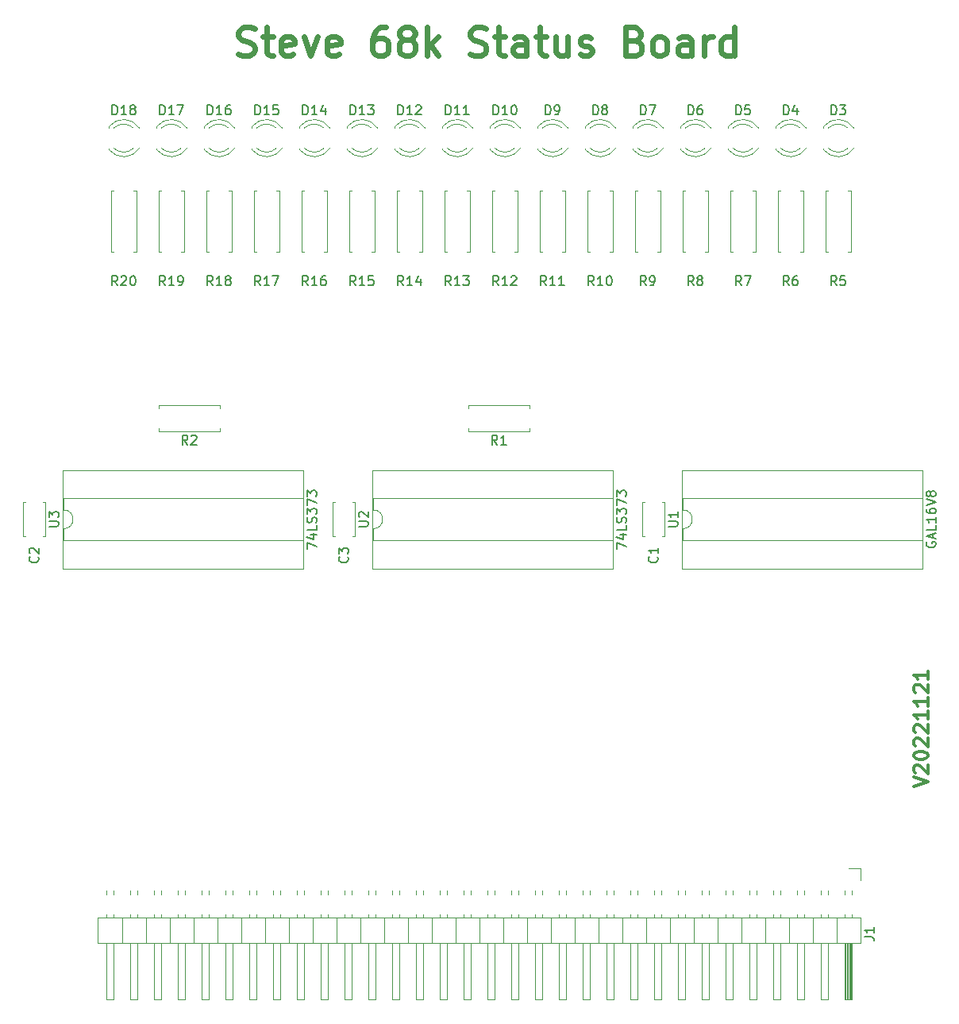
<source format=gbr>
%TF.GenerationSoftware,KiCad,Pcbnew,(6.0.9)*%
%TF.CreationDate,2022-11-21T20:51:02-08:00*%
%TF.ProjectId,StatusBoard,53746174-7573-4426-9f61-72642e6b6963,rev?*%
%TF.SameCoordinates,Original*%
%TF.FileFunction,Legend,Top*%
%TF.FilePolarity,Positive*%
%FSLAX46Y46*%
G04 Gerber Fmt 4.6, Leading zero omitted, Abs format (unit mm)*
G04 Created by KiCad (PCBNEW (6.0.9)) date 2022-11-21 20:51:02*
%MOMM*%
%LPD*%
G01*
G04 APERTURE LIST*
%ADD10C,0.300000*%
%ADD11C,0.600000*%
%ADD12C,0.150000*%
%ADD13C,0.120000*%
G04 APERTURE END LIST*
D10*
X193488571Y-129404285D02*
X194988571Y-128904285D01*
X193488571Y-128404285D01*
X193631428Y-127975714D02*
X193560000Y-127904285D01*
X193488571Y-127761428D01*
X193488571Y-127404285D01*
X193560000Y-127261428D01*
X193631428Y-127190000D01*
X193774285Y-127118571D01*
X193917142Y-127118571D01*
X194131428Y-127190000D01*
X194988571Y-128047142D01*
X194988571Y-127118571D01*
X193488571Y-126190000D02*
X193488571Y-126047142D01*
X193560000Y-125904285D01*
X193631428Y-125832857D01*
X193774285Y-125761428D01*
X194060000Y-125690000D01*
X194417142Y-125690000D01*
X194702857Y-125761428D01*
X194845714Y-125832857D01*
X194917142Y-125904285D01*
X194988571Y-126047142D01*
X194988571Y-126190000D01*
X194917142Y-126332857D01*
X194845714Y-126404285D01*
X194702857Y-126475714D01*
X194417142Y-126547142D01*
X194060000Y-126547142D01*
X193774285Y-126475714D01*
X193631428Y-126404285D01*
X193560000Y-126332857D01*
X193488571Y-126190000D01*
X193631428Y-125118571D02*
X193560000Y-125047142D01*
X193488571Y-124904285D01*
X193488571Y-124547142D01*
X193560000Y-124404285D01*
X193631428Y-124332857D01*
X193774285Y-124261428D01*
X193917142Y-124261428D01*
X194131428Y-124332857D01*
X194988571Y-125190000D01*
X194988571Y-124261428D01*
X193631428Y-123690000D02*
X193560000Y-123618571D01*
X193488571Y-123475714D01*
X193488571Y-123118571D01*
X193560000Y-122975714D01*
X193631428Y-122904285D01*
X193774285Y-122832857D01*
X193917142Y-122832857D01*
X194131428Y-122904285D01*
X194988571Y-123761428D01*
X194988571Y-122832857D01*
X194988571Y-121404285D02*
X194988571Y-122261428D01*
X194988571Y-121832857D02*
X193488571Y-121832857D01*
X193702857Y-121975714D01*
X193845714Y-122118571D01*
X193917142Y-122261428D01*
X194988571Y-119975714D02*
X194988571Y-120832857D01*
X194988571Y-120404285D02*
X193488571Y-120404285D01*
X193702857Y-120547142D01*
X193845714Y-120690000D01*
X193917142Y-120832857D01*
X193631428Y-119404285D02*
X193560000Y-119332857D01*
X193488571Y-119190000D01*
X193488571Y-118832857D01*
X193560000Y-118690000D01*
X193631428Y-118618571D01*
X193774285Y-118547142D01*
X193917142Y-118547142D01*
X194131428Y-118618571D01*
X194988571Y-119475714D01*
X194988571Y-118547142D01*
X194988571Y-117118571D02*
X194988571Y-117975714D01*
X194988571Y-117547142D02*
X193488571Y-117547142D01*
X193702857Y-117690000D01*
X193845714Y-117832857D01*
X193917142Y-117975714D01*
D11*
X121454999Y-51379285D02*
X121883571Y-51522142D01*
X122597857Y-51522142D01*
X122883571Y-51379285D01*
X123026428Y-51236428D01*
X123169285Y-50950714D01*
X123169285Y-50665000D01*
X123026428Y-50379285D01*
X122883571Y-50236428D01*
X122597857Y-50093571D01*
X122026428Y-49950714D01*
X121740714Y-49807857D01*
X121597857Y-49665000D01*
X121454999Y-49379285D01*
X121454999Y-49093571D01*
X121597857Y-48807857D01*
X121740714Y-48665000D01*
X122026428Y-48522142D01*
X122740714Y-48522142D01*
X123169285Y-48665000D01*
X124026428Y-49522142D02*
X125169285Y-49522142D01*
X124454999Y-48522142D02*
X124454999Y-51093571D01*
X124597857Y-51379285D01*
X124883571Y-51522142D01*
X125169285Y-51522142D01*
X127312142Y-51379285D02*
X127026428Y-51522142D01*
X126454999Y-51522142D01*
X126169285Y-51379285D01*
X126026428Y-51093571D01*
X126026428Y-49950714D01*
X126169285Y-49665000D01*
X126454999Y-49522142D01*
X127026428Y-49522142D01*
X127312142Y-49665000D01*
X127454999Y-49950714D01*
X127454999Y-50236428D01*
X126026428Y-50522142D01*
X128454999Y-49522142D02*
X129169285Y-51522142D01*
X129883571Y-49522142D01*
X132169285Y-51379285D02*
X131883571Y-51522142D01*
X131312142Y-51522142D01*
X131026428Y-51379285D01*
X130883571Y-51093571D01*
X130883571Y-49950714D01*
X131026428Y-49665000D01*
X131312142Y-49522142D01*
X131883571Y-49522142D01*
X132169285Y-49665000D01*
X132312142Y-49950714D01*
X132312142Y-50236428D01*
X130883571Y-50522142D01*
X137169285Y-48522142D02*
X136597857Y-48522142D01*
X136312142Y-48665000D01*
X136169285Y-48807857D01*
X135883571Y-49236428D01*
X135740714Y-49807857D01*
X135740714Y-50950714D01*
X135883571Y-51236428D01*
X136026428Y-51379285D01*
X136312142Y-51522142D01*
X136883571Y-51522142D01*
X137169285Y-51379285D01*
X137312142Y-51236428D01*
X137455000Y-50950714D01*
X137455000Y-50236428D01*
X137312142Y-49950714D01*
X137169285Y-49807857D01*
X136883571Y-49665000D01*
X136312142Y-49665000D01*
X136026428Y-49807857D01*
X135883571Y-49950714D01*
X135740714Y-50236428D01*
X139169285Y-49807857D02*
X138883571Y-49665000D01*
X138740714Y-49522142D01*
X138597857Y-49236428D01*
X138597857Y-49093571D01*
X138740714Y-48807857D01*
X138883571Y-48665000D01*
X139169285Y-48522142D01*
X139740714Y-48522142D01*
X140026428Y-48665000D01*
X140169285Y-48807857D01*
X140312142Y-49093571D01*
X140312142Y-49236428D01*
X140169285Y-49522142D01*
X140026428Y-49665000D01*
X139740714Y-49807857D01*
X139169285Y-49807857D01*
X138883571Y-49950714D01*
X138740714Y-50093571D01*
X138597857Y-50379285D01*
X138597857Y-50950714D01*
X138740714Y-51236428D01*
X138883571Y-51379285D01*
X139169285Y-51522142D01*
X139740714Y-51522142D01*
X140026428Y-51379285D01*
X140169285Y-51236428D01*
X140312142Y-50950714D01*
X140312142Y-50379285D01*
X140169285Y-50093571D01*
X140026428Y-49950714D01*
X139740714Y-49807857D01*
X141597857Y-51522142D02*
X141597857Y-48522142D01*
X141883571Y-50379285D02*
X142740714Y-51522142D01*
X142740714Y-49522142D02*
X141597857Y-50665000D01*
X146169285Y-51379285D02*
X146597857Y-51522142D01*
X147312142Y-51522142D01*
X147597857Y-51379285D01*
X147740714Y-51236428D01*
X147883571Y-50950714D01*
X147883571Y-50665000D01*
X147740714Y-50379285D01*
X147597857Y-50236428D01*
X147312142Y-50093571D01*
X146740714Y-49950714D01*
X146455000Y-49807857D01*
X146312142Y-49665000D01*
X146169285Y-49379285D01*
X146169285Y-49093571D01*
X146312142Y-48807857D01*
X146455000Y-48665000D01*
X146740714Y-48522142D01*
X147455000Y-48522142D01*
X147883571Y-48665000D01*
X148740714Y-49522142D02*
X149883571Y-49522142D01*
X149169285Y-48522142D02*
X149169285Y-51093571D01*
X149312142Y-51379285D01*
X149597857Y-51522142D01*
X149883571Y-51522142D01*
X152169285Y-51522142D02*
X152169285Y-49950714D01*
X152026428Y-49665000D01*
X151740714Y-49522142D01*
X151169285Y-49522142D01*
X150883571Y-49665000D01*
X152169285Y-51379285D02*
X151883571Y-51522142D01*
X151169285Y-51522142D01*
X150883571Y-51379285D01*
X150740714Y-51093571D01*
X150740714Y-50807857D01*
X150883571Y-50522142D01*
X151169285Y-50379285D01*
X151883571Y-50379285D01*
X152169285Y-50236428D01*
X153169285Y-49522142D02*
X154312142Y-49522142D01*
X153597857Y-48522142D02*
X153597857Y-51093571D01*
X153740714Y-51379285D01*
X154026428Y-51522142D01*
X154312142Y-51522142D01*
X156597857Y-49522142D02*
X156597857Y-51522142D01*
X155312142Y-49522142D02*
X155312142Y-51093571D01*
X155455000Y-51379285D01*
X155740714Y-51522142D01*
X156169285Y-51522142D01*
X156455000Y-51379285D01*
X156597857Y-51236428D01*
X157883571Y-51379285D02*
X158169285Y-51522142D01*
X158740714Y-51522142D01*
X159026428Y-51379285D01*
X159169285Y-51093571D01*
X159169285Y-50950714D01*
X159026428Y-50665000D01*
X158740714Y-50522142D01*
X158312142Y-50522142D01*
X158026428Y-50379285D01*
X157883571Y-50093571D01*
X157883571Y-49950714D01*
X158026428Y-49665000D01*
X158312142Y-49522142D01*
X158740714Y-49522142D01*
X159026428Y-49665000D01*
X163740714Y-49950714D02*
X164169285Y-50093571D01*
X164312142Y-50236428D01*
X164455000Y-50522142D01*
X164455000Y-50950714D01*
X164312142Y-51236428D01*
X164169285Y-51379285D01*
X163883571Y-51522142D01*
X162740714Y-51522142D01*
X162740714Y-48522142D01*
X163740714Y-48522142D01*
X164026428Y-48665000D01*
X164169285Y-48807857D01*
X164312142Y-49093571D01*
X164312142Y-49379285D01*
X164169285Y-49665000D01*
X164026428Y-49807857D01*
X163740714Y-49950714D01*
X162740714Y-49950714D01*
X166169285Y-51522142D02*
X165883571Y-51379285D01*
X165740714Y-51236428D01*
X165597857Y-50950714D01*
X165597857Y-50093571D01*
X165740714Y-49807857D01*
X165883571Y-49665000D01*
X166169285Y-49522142D01*
X166597857Y-49522142D01*
X166883571Y-49665000D01*
X167026428Y-49807857D01*
X167169285Y-50093571D01*
X167169285Y-50950714D01*
X167026428Y-51236428D01*
X166883571Y-51379285D01*
X166597857Y-51522142D01*
X166169285Y-51522142D01*
X169740714Y-51522142D02*
X169740714Y-49950714D01*
X169597857Y-49665000D01*
X169312142Y-49522142D01*
X168740714Y-49522142D01*
X168455000Y-49665000D01*
X169740714Y-51379285D02*
X169455000Y-51522142D01*
X168740714Y-51522142D01*
X168455000Y-51379285D01*
X168312142Y-51093571D01*
X168312142Y-50807857D01*
X168455000Y-50522142D01*
X168740714Y-50379285D01*
X169455000Y-50379285D01*
X169740714Y-50236428D01*
X171169285Y-51522142D02*
X171169285Y-49522142D01*
X171169285Y-50093571D02*
X171312142Y-49807857D01*
X171455000Y-49665000D01*
X171740714Y-49522142D01*
X172026428Y-49522142D01*
X174312142Y-51522142D02*
X174312142Y-48522142D01*
X174312142Y-51379285D02*
X174026428Y-51522142D01*
X173455000Y-51522142D01*
X173169285Y-51379285D01*
X173026428Y-51236428D01*
X172883571Y-50950714D01*
X172883571Y-50093571D01*
X173026428Y-49807857D01*
X173169285Y-49665000D01*
X173455000Y-49522142D01*
X174026428Y-49522142D01*
X174312142Y-49665000D01*
D12*
%TO.C,U3*%
X101267380Y-101716904D02*
X102076904Y-101716904D01*
X102172142Y-101669285D01*
X102219761Y-101621666D01*
X102267380Y-101526428D01*
X102267380Y-101335952D01*
X102219761Y-101240714D01*
X102172142Y-101193095D01*
X102076904Y-101145476D01*
X101267380Y-101145476D01*
X101267380Y-100764523D02*
X101267380Y-100145476D01*
X101648333Y-100478809D01*
X101648333Y-100335952D01*
X101695952Y-100240714D01*
X101743571Y-100193095D01*
X101838809Y-100145476D01*
X102076904Y-100145476D01*
X102172142Y-100193095D01*
X102219761Y-100240714D01*
X102267380Y-100335952D01*
X102267380Y-100621666D01*
X102219761Y-100716904D01*
X102172142Y-100764523D01*
X128787380Y-104074047D02*
X128787380Y-103407380D01*
X129787380Y-103835952D01*
X129120714Y-102597857D02*
X129787380Y-102597857D01*
X128739761Y-102835952D02*
X129454047Y-103074047D01*
X129454047Y-102455000D01*
X129787380Y-101597857D02*
X129787380Y-102074047D01*
X128787380Y-102074047D01*
X129739761Y-101312142D02*
X129787380Y-101169285D01*
X129787380Y-100931190D01*
X129739761Y-100835952D01*
X129692142Y-100788333D01*
X129596904Y-100740714D01*
X129501666Y-100740714D01*
X129406428Y-100788333D01*
X129358809Y-100835952D01*
X129311190Y-100931190D01*
X129263571Y-101121666D01*
X129215952Y-101216904D01*
X129168333Y-101264523D01*
X129073095Y-101312142D01*
X128977857Y-101312142D01*
X128882619Y-101264523D01*
X128835000Y-101216904D01*
X128787380Y-101121666D01*
X128787380Y-100883571D01*
X128835000Y-100740714D01*
X128787380Y-100407380D02*
X128787380Y-99788333D01*
X129168333Y-100121666D01*
X129168333Y-99978809D01*
X129215952Y-99883571D01*
X129263571Y-99835952D01*
X129358809Y-99788333D01*
X129596904Y-99788333D01*
X129692142Y-99835952D01*
X129739761Y-99883571D01*
X129787380Y-99978809D01*
X129787380Y-100264523D01*
X129739761Y-100359761D01*
X129692142Y-100407380D01*
X128787380Y-99455000D02*
X128787380Y-98788333D01*
X129787380Y-99216904D01*
X128787380Y-98502619D02*
X128787380Y-97883571D01*
X129168333Y-98216904D01*
X129168333Y-98074047D01*
X129215952Y-97978809D01*
X129263571Y-97931190D01*
X129358809Y-97883571D01*
X129596904Y-97883571D01*
X129692142Y-97931190D01*
X129739761Y-97978809D01*
X129787380Y-98074047D01*
X129787380Y-98359761D01*
X129739761Y-98455000D01*
X129692142Y-98502619D01*
%TO.C,U2*%
X134287380Y-101716904D02*
X135096904Y-101716904D01*
X135192142Y-101669285D01*
X135239761Y-101621666D01*
X135287380Y-101526428D01*
X135287380Y-101335952D01*
X135239761Y-101240714D01*
X135192142Y-101193095D01*
X135096904Y-101145476D01*
X134287380Y-101145476D01*
X134382619Y-100716904D02*
X134335000Y-100669285D01*
X134287380Y-100574047D01*
X134287380Y-100335952D01*
X134335000Y-100240714D01*
X134382619Y-100193095D01*
X134477857Y-100145476D01*
X134573095Y-100145476D01*
X134715952Y-100193095D01*
X135287380Y-100764523D01*
X135287380Y-100145476D01*
X161807380Y-104074047D02*
X161807380Y-103407380D01*
X162807380Y-103835952D01*
X162140714Y-102597857D02*
X162807380Y-102597857D01*
X161759761Y-102835952D02*
X162474047Y-103074047D01*
X162474047Y-102455000D01*
X162807380Y-101597857D02*
X162807380Y-102074047D01*
X161807380Y-102074047D01*
X162759761Y-101312142D02*
X162807380Y-101169285D01*
X162807380Y-100931190D01*
X162759761Y-100835952D01*
X162712142Y-100788333D01*
X162616904Y-100740714D01*
X162521666Y-100740714D01*
X162426428Y-100788333D01*
X162378809Y-100835952D01*
X162331190Y-100931190D01*
X162283571Y-101121666D01*
X162235952Y-101216904D01*
X162188333Y-101264523D01*
X162093095Y-101312142D01*
X161997857Y-101312142D01*
X161902619Y-101264523D01*
X161855000Y-101216904D01*
X161807380Y-101121666D01*
X161807380Y-100883571D01*
X161855000Y-100740714D01*
X161807380Y-100407380D02*
X161807380Y-99788333D01*
X162188333Y-100121666D01*
X162188333Y-99978809D01*
X162235952Y-99883571D01*
X162283571Y-99835952D01*
X162378809Y-99788333D01*
X162616904Y-99788333D01*
X162712142Y-99835952D01*
X162759761Y-99883571D01*
X162807380Y-99978809D01*
X162807380Y-100264523D01*
X162759761Y-100359761D01*
X162712142Y-100407380D01*
X161807380Y-99455000D02*
X161807380Y-98788333D01*
X162807380Y-99216904D01*
X161807380Y-98502619D02*
X161807380Y-97883571D01*
X162188333Y-98216904D01*
X162188333Y-98074047D01*
X162235952Y-97978809D01*
X162283571Y-97931190D01*
X162378809Y-97883571D01*
X162616904Y-97883571D01*
X162712142Y-97931190D01*
X162759761Y-97978809D01*
X162807380Y-98074047D01*
X162807380Y-98359761D01*
X162759761Y-98455000D01*
X162712142Y-98502619D01*
%TO.C,U1*%
X167307380Y-101716904D02*
X168116904Y-101716904D01*
X168212142Y-101669285D01*
X168259761Y-101621666D01*
X168307380Y-101526428D01*
X168307380Y-101335952D01*
X168259761Y-101240714D01*
X168212142Y-101193095D01*
X168116904Y-101145476D01*
X167307380Y-101145476D01*
X168307380Y-100145476D02*
X168307380Y-100716904D01*
X168307380Y-100431190D02*
X167307380Y-100431190D01*
X167450238Y-100526428D01*
X167545476Y-100621666D01*
X167593095Y-100716904D01*
X194875000Y-103383571D02*
X194827380Y-103478809D01*
X194827380Y-103621666D01*
X194875000Y-103764523D01*
X194970238Y-103859761D01*
X195065476Y-103907380D01*
X195255952Y-103955000D01*
X195398809Y-103955000D01*
X195589285Y-103907380D01*
X195684523Y-103859761D01*
X195779761Y-103764523D01*
X195827380Y-103621666D01*
X195827380Y-103526428D01*
X195779761Y-103383571D01*
X195732142Y-103335952D01*
X195398809Y-103335952D01*
X195398809Y-103526428D01*
X195541666Y-102955000D02*
X195541666Y-102478809D01*
X195827380Y-103050238D02*
X194827380Y-102716904D01*
X195827380Y-102383571D01*
X195827380Y-101574047D02*
X195827380Y-102050238D01*
X194827380Y-102050238D01*
X195827380Y-100716904D02*
X195827380Y-101288333D01*
X195827380Y-101002619D02*
X194827380Y-101002619D01*
X194970238Y-101097857D01*
X195065476Y-101193095D01*
X195113095Y-101288333D01*
X194827380Y-99859761D02*
X194827380Y-100050238D01*
X194875000Y-100145476D01*
X194922619Y-100193095D01*
X195065476Y-100288333D01*
X195255952Y-100335952D01*
X195636904Y-100335952D01*
X195732142Y-100288333D01*
X195779761Y-100240714D01*
X195827380Y-100145476D01*
X195827380Y-99955000D01*
X195779761Y-99859761D01*
X195732142Y-99812142D01*
X195636904Y-99764523D01*
X195398809Y-99764523D01*
X195303571Y-99812142D01*
X195255952Y-99859761D01*
X195208333Y-99955000D01*
X195208333Y-100145476D01*
X195255952Y-100240714D01*
X195303571Y-100288333D01*
X195398809Y-100335952D01*
X194827380Y-99478809D02*
X195827380Y-99145476D01*
X194827380Y-98812142D01*
X195255952Y-98335952D02*
X195208333Y-98431190D01*
X195160714Y-98478809D01*
X195065476Y-98526428D01*
X195017857Y-98526428D01*
X194922619Y-98478809D01*
X194875000Y-98431190D01*
X194827380Y-98335952D01*
X194827380Y-98145476D01*
X194875000Y-98050238D01*
X194922619Y-98002619D01*
X195017857Y-97955000D01*
X195065476Y-97955000D01*
X195160714Y-98002619D01*
X195208333Y-98050238D01*
X195255952Y-98145476D01*
X195255952Y-98335952D01*
X195303571Y-98431190D01*
X195351190Y-98478809D01*
X195446428Y-98526428D01*
X195636904Y-98526428D01*
X195732142Y-98478809D01*
X195779761Y-98431190D01*
X195827380Y-98335952D01*
X195827380Y-98145476D01*
X195779761Y-98050238D01*
X195732142Y-98002619D01*
X195636904Y-97955000D01*
X195446428Y-97955000D01*
X195351190Y-98002619D01*
X195303571Y-98050238D01*
X195255952Y-98145476D01*
%TO.C,R20*%
X108572142Y-76017380D02*
X108238809Y-75541190D01*
X108000714Y-76017380D02*
X108000714Y-75017380D01*
X108381666Y-75017380D01*
X108476904Y-75065000D01*
X108524523Y-75112619D01*
X108572142Y-75207857D01*
X108572142Y-75350714D01*
X108524523Y-75445952D01*
X108476904Y-75493571D01*
X108381666Y-75541190D01*
X108000714Y-75541190D01*
X108953095Y-75112619D02*
X109000714Y-75065000D01*
X109095952Y-75017380D01*
X109334047Y-75017380D01*
X109429285Y-75065000D01*
X109476904Y-75112619D01*
X109524523Y-75207857D01*
X109524523Y-75303095D01*
X109476904Y-75445952D01*
X108905476Y-76017380D01*
X109524523Y-76017380D01*
X110143571Y-75017380D02*
X110238809Y-75017380D01*
X110334047Y-75065000D01*
X110381666Y-75112619D01*
X110429285Y-75207857D01*
X110476904Y-75398333D01*
X110476904Y-75636428D01*
X110429285Y-75826904D01*
X110381666Y-75922142D01*
X110334047Y-75969761D01*
X110238809Y-76017380D01*
X110143571Y-76017380D01*
X110048333Y-75969761D01*
X110000714Y-75922142D01*
X109953095Y-75826904D01*
X109905476Y-75636428D01*
X109905476Y-75398333D01*
X109953095Y-75207857D01*
X110000714Y-75112619D01*
X110048333Y-75065000D01*
X110143571Y-75017380D01*
%TO.C,R19*%
X113652142Y-76017380D02*
X113318809Y-75541190D01*
X113080714Y-76017380D02*
X113080714Y-75017380D01*
X113461666Y-75017380D01*
X113556904Y-75065000D01*
X113604523Y-75112619D01*
X113652142Y-75207857D01*
X113652142Y-75350714D01*
X113604523Y-75445952D01*
X113556904Y-75493571D01*
X113461666Y-75541190D01*
X113080714Y-75541190D01*
X114604523Y-76017380D02*
X114033095Y-76017380D01*
X114318809Y-76017380D02*
X114318809Y-75017380D01*
X114223571Y-75160238D01*
X114128333Y-75255476D01*
X114033095Y-75303095D01*
X115080714Y-76017380D02*
X115271190Y-76017380D01*
X115366428Y-75969761D01*
X115414047Y-75922142D01*
X115509285Y-75779285D01*
X115556904Y-75588809D01*
X115556904Y-75207857D01*
X115509285Y-75112619D01*
X115461666Y-75065000D01*
X115366428Y-75017380D01*
X115175952Y-75017380D01*
X115080714Y-75065000D01*
X115033095Y-75112619D01*
X114985476Y-75207857D01*
X114985476Y-75445952D01*
X115033095Y-75541190D01*
X115080714Y-75588809D01*
X115175952Y-75636428D01*
X115366428Y-75636428D01*
X115461666Y-75588809D01*
X115509285Y-75541190D01*
X115556904Y-75445952D01*
%TO.C,R18*%
X118732142Y-76017380D02*
X118398809Y-75541190D01*
X118160714Y-76017380D02*
X118160714Y-75017380D01*
X118541666Y-75017380D01*
X118636904Y-75065000D01*
X118684523Y-75112619D01*
X118732142Y-75207857D01*
X118732142Y-75350714D01*
X118684523Y-75445952D01*
X118636904Y-75493571D01*
X118541666Y-75541190D01*
X118160714Y-75541190D01*
X119684523Y-76017380D02*
X119113095Y-76017380D01*
X119398809Y-76017380D02*
X119398809Y-75017380D01*
X119303571Y-75160238D01*
X119208333Y-75255476D01*
X119113095Y-75303095D01*
X120255952Y-75445952D02*
X120160714Y-75398333D01*
X120113095Y-75350714D01*
X120065476Y-75255476D01*
X120065476Y-75207857D01*
X120113095Y-75112619D01*
X120160714Y-75065000D01*
X120255952Y-75017380D01*
X120446428Y-75017380D01*
X120541666Y-75065000D01*
X120589285Y-75112619D01*
X120636904Y-75207857D01*
X120636904Y-75255476D01*
X120589285Y-75350714D01*
X120541666Y-75398333D01*
X120446428Y-75445952D01*
X120255952Y-75445952D01*
X120160714Y-75493571D01*
X120113095Y-75541190D01*
X120065476Y-75636428D01*
X120065476Y-75826904D01*
X120113095Y-75922142D01*
X120160714Y-75969761D01*
X120255952Y-76017380D01*
X120446428Y-76017380D01*
X120541666Y-75969761D01*
X120589285Y-75922142D01*
X120636904Y-75826904D01*
X120636904Y-75636428D01*
X120589285Y-75541190D01*
X120541666Y-75493571D01*
X120446428Y-75445952D01*
%TO.C,R17*%
X123812142Y-76017380D02*
X123478809Y-75541190D01*
X123240714Y-76017380D02*
X123240714Y-75017380D01*
X123621666Y-75017380D01*
X123716904Y-75065000D01*
X123764523Y-75112619D01*
X123812142Y-75207857D01*
X123812142Y-75350714D01*
X123764523Y-75445952D01*
X123716904Y-75493571D01*
X123621666Y-75541190D01*
X123240714Y-75541190D01*
X124764523Y-76017380D02*
X124193095Y-76017380D01*
X124478809Y-76017380D02*
X124478809Y-75017380D01*
X124383571Y-75160238D01*
X124288333Y-75255476D01*
X124193095Y-75303095D01*
X125097857Y-75017380D02*
X125764523Y-75017380D01*
X125335952Y-76017380D01*
%TO.C,R16*%
X128892142Y-76017380D02*
X128558809Y-75541190D01*
X128320714Y-76017380D02*
X128320714Y-75017380D01*
X128701666Y-75017380D01*
X128796904Y-75065000D01*
X128844523Y-75112619D01*
X128892142Y-75207857D01*
X128892142Y-75350714D01*
X128844523Y-75445952D01*
X128796904Y-75493571D01*
X128701666Y-75541190D01*
X128320714Y-75541190D01*
X129844523Y-76017380D02*
X129273095Y-76017380D01*
X129558809Y-76017380D02*
X129558809Y-75017380D01*
X129463571Y-75160238D01*
X129368333Y-75255476D01*
X129273095Y-75303095D01*
X130701666Y-75017380D02*
X130511190Y-75017380D01*
X130415952Y-75065000D01*
X130368333Y-75112619D01*
X130273095Y-75255476D01*
X130225476Y-75445952D01*
X130225476Y-75826904D01*
X130273095Y-75922142D01*
X130320714Y-75969761D01*
X130415952Y-76017380D01*
X130606428Y-76017380D01*
X130701666Y-75969761D01*
X130749285Y-75922142D01*
X130796904Y-75826904D01*
X130796904Y-75588809D01*
X130749285Y-75493571D01*
X130701666Y-75445952D01*
X130606428Y-75398333D01*
X130415952Y-75398333D01*
X130320714Y-75445952D01*
X130273095Y-75493571D01*
X130225476Y-75588809D01*
%TO.C,R15*%
X133972142Y-76017380D02*
X133638809Y-75541190D01*
X133400714Y-76017380D02*
X133400714Y-75017380D01*
X133781666Y-75017380D01*
X133876904Y-75065000D01*
X133924523Y-75112619D01*
X133972142Y-75207857D01*
X133972142Y-75350714D01*
X133924523Y-75445952D01*
X133876904Y-75493571D01*
X133781666Y-75541190D01*
X133400714Y-75541190D01*
X134924523Y-76017380D02*
X134353095Y-76017380D01*
X134638809Y-76017380D02*
X134638809Y-75017380D01*
X134543571Y-75160238D01*
X134448333Y-75255476D01*
X134353095Y-75303095D01*
X135829285Y-75017380D02*
X135353095Y-75017380D01*
X135305476Y-75493571D01*
X135353095Y-75445952D01*
X135448333Y-75398333D01*
X135686428Y-75398333D01*
X135781666Y-75445952D01*
X135829285Y-75493571D01*
X135876904Y-75588809D01*
X135876904Y-75826904D01*
X135829285Y-75922142D01*
X135781666Y-75969761D01*
X135686428Y-76017380D01*
X135448333Y-76017380D01*
X135353095Y-75969761D01*
X135305476Y-75922142D01*
%TO.C,R14*%
X139052142Y-76017380D02*
X138718809Y-75541190D01*
X138480714Y-76017380D02*
X138480714Y-75017380D01*
X138861666Y-75017380D01*
X138956904Y-75065000D01*
X139004523Y-75112619D01*
X139052142Y-75207857D01*
X139052142Y-75350714D01*
X139004523Y-75445952D01*
X138956904Y-75493571D01*
X138861666Y-75541190D01*
X138480714Y-75541190D01*
X140004523Y-76017380D02*
X139433095Y-76017380D01*
X139718809Y-76017380D02*
X139718809Y-75017380D01*
X139623571Y-75160238D01*
X139528333Y-75255476D01*
X139433095Y-75303095D01*
X140861666Y-75350714D02*
X140861666Y-76017380D01*
X140623571Y-74969761D02*
X140385476Y-75684047D01*
X141004523Y-75684047D01*
%TO.C,R13*%
X144132142Y-76017380D02*
X143798809Y-75541190D01*
X143560714Y-76017380D02*
X143560714Y-75017380D01*
X143941666Y-75017380D01*
X144036904Y-75065000D01*
X144084523Y-75112619D01*
X144132142Y-75207857D01*
X144132142Y-75350714D01*
X144084523Y-75445952D01*
X144036904Y-75493571D01*
X143941666Y-75541190D01*
X143560714Y-75541190D01*
X145084523Y-76017380D02*
X144513095Y-76017380D01*
X144798809Y-76017380D02*
X144798809Y-75017380D01*
X144703571Y-75160238D01*
X144608333Y-75255476D01*
X144513095Y-75303095D01*
X145417857Y-75017380D02*
X146036904Y-75017380D01*
X145703571Y-75398333D01*
X145846428Y-75398333D01*
X145941666Y-75445952D01*
X145989285Y-75493571D01*
X146036904Y-75588809D01*
X146036904Y-75826904D01*
X145989285Y-75922142D01*
X145941666Y-75969761D01*
X145846428Y-76017380D01*
X145560714Y-76017380D01*
X145465476Y-75969761D01*
X145417857Y-75922142D01*
%TO.C,R12*%
X149212142Y-76017380D02*
X148878809Y-75541190D01*
X148640714Y-76017380D02*
X148640714Y-75017380D01*
X149021666Y-75017380D01*
X149116904Y-75065000D01*
X149164523Y-75112619D01*
X149212142Y-75207857D01*
X149212142Y-75350714D01*
X149164523Y-75445952D01*
X149116904Y-75493571D01*
X149021666Y-75541190D01*
X148640714Y-75541190D01*
X150164523Y-76017380D02*
X149593095Y-76017380D01*
X149878809Y-76017380D02*
X149878809Y-75017380D01*
X149783571Y-75160238D01*
X149688333Y-75255476D01*
X149593095Y-75303095D01*
X150545476Y-75112619D02*
X150593095Y-75065000D01*
X150688333Y-75017380D01*
X150926428Y-75017380D01*
X151021666Y-75065000D01*
X151069285Y-75112619D01*
X151116904Y-75207857D01*
X151116904Y-75303095D01*
X151069285Y-75445952D01*
X150497857Y-76017380D01*
X151116904Y-76017380D01*
%TO.C,R11*%
X154292142Y-76017380D02*
X153958809Y-75541190D01*
X153720714Y-76017380D02*
X153720714Y-75017380D01*
X154101666Y-75017380D01*
X154196904Y-75065000D01*
X154244523Y-75112619D01*
X154292142Y-75207857D01*
X154292142Y-75350714D01*
X154244523Y-75445952D01*
X154196904Y-75493571D01*
X154101666Y-75541190D01*
X153720714Y-75541190D01*
X155244523Y-76017380D02*
X154673095Y-76017380D01*
X154958809Y-76017380D02*
X154958809Y-75017380D01*
X154863571Y-75160238D01*
X154768333Y-75255476D01*
X154673095Y-75303095D01*
X156196904Y-76017380D02*
X155625476Y-76017380D01*
X155911190Y-76017380D02*
X155911190Y-75017380D01*
X155815952Y-75160238D01*
X155720714Y-75255476D01*
X155625476Y-75303095D01*
%TO.C,R10*%
X159372142Y-76017380D02*
X159038809Y-75541190D01*
X158800714Y-76017380D02*
X158800714Y-75017380D01*
X159181666Y-75017380D01*
X159276904Y-75065000D01*
X159324523Y-75112619D01*
X159372142Y-75207857D01*
X159372142Y-75350714D01*
X159324523Y-75445952D01*
X159276904Y-75493571D01*
X159181666Y-75541190D01*
X158800714Y-75541190D01*
X160324523Y-76017380D02*
X159753095Y-76017380D01*
X160038809Y-76017380D02*
X160038809Y-75017380D01*
X159943571Y-75160238D01*
X159848333Y-75255476D01*
X159753095Y-75303095D01*
X160943571Y-75017380D02*
X161038809Y-75017380D01*
X161134047Y-75065000D01*
X161181666Y-75112619D01*
X161229285Y-75207857D01*
X161276904Y-75398333D01*
X161276904Y-75636428D01*
X161229285Y-75826904D01*
X161181666Y-75922142D01*
X161134047Y-75969761D01*
X161038809Y-76017380D01*
X160943571Y-76017380D01*
X160848333Y-75969761D01*
X160800714Y-75922142D01*
X160753095Y-75826904D01*
X160705476Y-75636428D01*
X160705476Y-75398333D01*
X160753095Y-75207857D01*
X160800714Y-75112619D01*
X160848333Y-75065000D01*
X160943571Y-75017380D01*
%TO.C,R9*%
X164928333Y-76017380D02*
X164595000Y-75541190D01*
X164356904Y-76017380D02*
X164356904Y-75017380D01*
X164737857Y-75017380D01*
X164833095Y-75065000D01*
X164880714Y-75112619D01*
X164928333Y-75207857D01*
X164928333Y-75350714D01*
X164880714Y-75445952D01*
X164833095Y-75493571D01*
X164737857Y-75541190D01*
X164356904Y-75541190D01*
X165404523Y-76017380D02*
X165595000Y-76017380D01*
X165690238Y-75969761D01*
X165737857Y-75922142D01*
X165833095Y-75779285D01*
X165880714Y-75588809D01*
X165880714Y-75207857D01*
X165833095Y-75112619D01*
X165785476Y-75065000D01*
X165690238Y-75017380D01*
X165499761Y-75017380D01*
X165404523Y-75065000D01*
X165356904Y-75112619D01*
X165309285Y-75207857D01*
X165309285Y-75445952D01*
X165356904Y-75541190D01*
X165404523Y-75588809D01*
X165499761Y-75636428D01*
X165690238Y-75636428D01*
X165785476Y-75588809D01*
X165833095Y-75541190D01*
X165880714Y-75445952D01*
%TO.C,R8*%
X170008333Y-76017380D02*
X169675000Y-75541190D01*
X169436904Y-76017380D02*
X169436904Y-75017380D01*
X169817857Y-75017380D01*
X169913095Y-75065000D01*
X169960714Y-75112619D01*
X170008333Y-75207857D01*
X170008333Y-75350714D01*
X169960714Y-75445952D01*
X169913095Y-75493571D01*
X169817857Y-75541190D01*
X169436904Y-75541190D01*
X170579761Y-75445952D02*
X170484523Y-75398333D01*
X170436904Y-75350714D01*
X170389285Y-75255476D01*
X170389285Y-75207857D01*
X170436904Y-75112619D01*
X170484523Y-75065000D01*
X170579761Y-75017380D01*
X170770238Y-75017380D01*
X170865476Y-75065000D01*
X170913095Y-75112619D01*
X170960714Y-75207857D01*
X170960714Y-75255476D01*
X170913095Y-75350714D01*
X170865476Y-75398333D01*
X170770238Y-75445952D01*
X170579761Y-75445952D01*
X170484523Y-75493571D01*
X170436904Y-75541190D01*
X170389285Y-75636428D01*
X170389285Y-75826904D01*
X170436904Y-75922142D01*
X170484523Y-75969761D01*
X170579761Y-76017380D01*
X170770238Y-76017380D01*
X170865476Y-75969761D01*
X170913095Y-75922142D01*
X170960714Y-75826904D01*
X170960714Y-75636428D01*
X170913095Y-75541190D01*
X170865476Y-75493571D01*
X170770238Y-75445952D01*
%TO.C,R7*%
X175088333Y-76017380D02*
X174755000Y-75541190D01*
X174516904Y-76017380D02*
X174516904Y-75017380D01*
X174897857Y-75017380D01*
X174993095Y-75065000D01*
X175040714Y-75112619D01*
X175088333Y-75207857D01*
X175088333Y-75350714D01*
X175040714Y-75445952D01*
X174993095Y-75493571D01*
X174897857Y-75541190D01*
X174516904Y-75541190D01*
X175421666Y-75017380D02*
X176088333Y-75017380D01*
X175659761Y-76017380D01*
%TO.C,R6*%
X180168333Y-76017380D02*
X179835000Y-75541190D01*
X179596904Y-76017380D02*
X179596904Y-75017380D01*
X179977857Y-75017380D01*
X180073095Y-75065000D01*
X180120714Y-75112619D01*
X180168333Y-75207857D01*
X180168333Y-75350714D01*
X180120714Y-75445952D01*
X180073095Y-75493571D01*
X179977857Y-75541190D01*
X179596904Y-75541190D01*
X181025476Y-75017380D02*
X180835000Y-75017380D01*
X180739761Y-75065000D01*
X180692142Y-75112619D01*
X180596904Y-75255476D01*
X180549285Y-75445952D01*
X180549285Y-75826904D01*
X180596904Y-75922142D01*
X180644523Y-75969761D01*
X180739761Y-76017380D01*
X180930238Y-76017380D01*
X181025476Y-75969761D01*
X181073095Y-75922142D01*
X181120714Y-75826904D01*
X181120714Y-75588809D01*
X181073095Y-75493571D01*
X181025476Y-75445952D01*
X180930238Y-75398333D01*
X180739761Y-75398333D01*
X180644523Y-75445952D01*
X180596904Y-75493571D01*
X180549285Y-75588809D01*
%TO.C,R5*%
X185248333Y-76017380D02*
X184915000Y-75541190D01*
X184676904Y-76017380D02*
X184676904Y-75017380D01*
X185057857Y-75017380D01*
X185153095Y-75065000D01*
X185200714Y-75112619D01*
X185248333Y-75207857D01*
X185248333Y-75350714D01*
X185200714Y-75445952D01*
X185153095Y-75493571D01*
X185057857Y-75541190D01*
X184676904Y-75541190D01*
X186153095Y-75017380D02*
X185676904Y-75017380D01*
X185629285Y-75493571D01*
X185676904Y-75445952D01*
X185772142Y-75398333D01*
X186010238Y-75398333D01*
X186105476Y-75445952D01*
X186153095Y-75493571D01*
X186200714Y-75588809D01*
X186200714Y-75826904D01*
X186153095Y-75922142D01*
X186105476Y-75969761D01*
X186010238Y-76017380D01*
X185772142Y-76017380D01*
X185676904Y-75969761D01*
X185629285Y-75922142D01*
%TO.C,R2*%
X116038333Y-92992380D02*
X115705000Y-92516190D01*
X115466904Y-92992380D02*
X115466904Y-91992380D01*
X115847857Y-91992380D01*
X115943095Y-92040000D01*
X115990714Y-92087619D01*
X116038333Y-92182857D01*
X116038333Y-92325714D01*
X115990714Y-92420952D01*
X115943095Y-92468571D01*
X115847857Y-92516190D01*
X115466904Y-92516190D01*
X116419285Y-92087619D02*
X116466904Y-92040000D01*
X116562142Y-91992380D01*
X116800238Y-91992380D01*
X116895476Y-92040000D01*
X116943095Y-92087619D01*
X116990714Y-92182857D01*
X116990714Y-92278095D01*
X116943095Y-92420952D01*
X116371666Y-92992380D01*
X116990714Y-92992380D01*
%TO.C,R1*%
X149058333Y-92992380D02*
X148725000Y-92516190D01*
X148486904Y-92992380D02*
X148486904Y-91992380D01*
X148867857Y-91992380D01*
X148963095Y-92040000D01*
X149010714Y-92087619D01*
X149058333Y-92182857D01*
X149058333Y-92325714D01*
X149010714Y-92420952D01*
X148963095Y-92468571D01*
X148867857Y-92516190D01*
X148486904Y-92516190D01*
X150010714Y-92992380D02*
X149439285Y-92992380D01*
X149725000Y-92992380D02*
X149725000Y-91992380D01*
X149629761Y-92135238D01*
X149534523Y-92230476D01*
X149439285Y-92278095D01*
%TO.C,J1*%
X188228380Y-145430333D02*
X188942666Y-145430333D01*
X189085523Y-145477952D01*
X189180761Y-145573190D01*
X189228380Y-145716047D01*
X189228380Y-145811285D01*
X189228380Y-144430333D02*
X189228380Y-145001761D01*
X189228380Y-144716047D02*
X188228380Y-144716047D01*
X188371238Y-144811285D01*
X188466476Y-144906523D01*
X188514095Y-145001761D01*
%TO.C,D18*%
X108000714Y-57817380D02*
X108000714Y-56817380D01*
X108238809Y-56817380D01*
X108381666Y-56865000D01*
X108476904Y-56960238D01*
X108524523Y-57055476D01*
X108572142Y-57245952D01*
X108572142Y-57388809D01*
X108524523Y-57579285D01*
X108476904Y-57674523D01*
X108381666Y-57769761D01*
X108238809Y-57817380D01*
X108000714Y-57817380D01*
X109524523Y-57817380D02*
X108953095Y-57817380D01*
X109238809Y-57817380D02*
X109238809Y-56817380D01*
X109143571Y-56960238D01*
X109048333Y-57055476D01*
X108953095Y-57103095D01*
X110095952Y-57245952D02*
X110000714Y-57198333D01*
X109953095Y-57150714D01*
X109905476Y-57055476D01*
X109905476Y-57007857D01*
X109953095Y-56912619D01*
X110000714Y-56865000D01*
X110095952Y-56817380D01*
X110286428Y-56817380D01*
X110381666Y-56865000D01*
X110429285Y-56912619D01*
X110476904Y-57007857D01*
X110476904Y-57055476D01*
X110429285Y-57150714D01*
X110381666Y-57198333D01*
X110286428Y-57245952D01*
X110095952Y-57245952D01*
X110000714Y-57293571D01*
X109953095Y-57341190D01*
X109905476Y-57436428D01*
X109905476Y-57626904D01*
X109953095Y-57722142D01*
X110000714Y-57769761D01*
X110095952Y-57817380D01*
X110286428Y-57817380D01*
X110381666Y-57769761D01*
X110429285Y-57722142D01*
X110476904Y-57626904D01*
X110476904Y-57436428D01*
X110429285Y-57341190D01*
X110381666Y-57293571D01*
X110286428Y-57245952D01*
%TO.C,D17*%
X113080714Y-57817380D02*
X113080714Y-56817380D01*
X113318809Y-56817380D01*
X113461666Y-56865000D01*
X113556904Y-56960238D01*
X113604523Y-57055476D01*
X113652142Y-57245952D01*
X113652142Y-57388809D01*
X113604523Y-57579285D01*
X113556904Y-57674523D01*
X113461666Y-57769761D01*
X113318809Y-57817380D01*
X113080714Y-57817380D01*
X114604523Y-57817380D02*
X114033095Y-57817380D01*
X114318809Y-57817380D02*
X114318809Y-56817380D01*
X114223571Y-56960238D01*
X114128333Y-57055476D01*
X114033095Y-57103095D01*
X114937857Y-56817380D02*
X115604523Y-56817380D01*
X115175952Y-57817380D01*
%TO.C,D16*%
X118160714Y-57817380D02*
X118160714Y-56817380D01*
X118398809Y-56817380D01*
X118541666Y-56865000D01*
X118636904Y-56960238D01*
X118684523Y-57055476D01*
X118732142Y-57245952D01*
X118732142Y-57388809D01*
X118684523Y-57579285D01*
X118636904Y-57674523D01*
X118541666Y-57769761D01*
X118398809Y-57817380D01*
X118160714Y-57817380D01*
X119684523Y-57817380D02*
X119113095Y-57817380D01*
X119398809Y-57817380D02*
X119398809Y-56817380D01*
X119303571Y-56960238D01*
X119208333Y-57055476D01*
X119113095Y-57103095D01*
X120541666Y-56817380D02*
X120351190Y-56817380D01*
X120255952Y-56865000D01*
X120208333Y-56912619D01*
X120113095Y-57055476D01*
X120065476Y-57245952D01*
X120065476Y-57626904D01*
X120113095Y-57722142D01*
X120160714Y-57769761D01*
X120255952Y-57817380D01*
X120446428Y-57817380D01*
X120541666Y-57769761D01*
X120589285Y-57722142D01*
X120636904Y-57626904D01*
X120636904Y-57388809D01*
X120589285Y-57293571D01*
X120541666Y-57245952D01*
X120446428Y-57198333D01*
X120255952Y-57198333D01*
X120160714Y-57245952D01*
X120113095Y-57293571D01*
X120065476Y-57388809D01*
%TO.C,D15*%
X123240714Y-57817380D02*
X123240714Y-56817380D01*
X123478809Y-56817380D01*
X123621666Y-56865000D01*
X123716904Y-56960238D01*
X123764523Y-57055476D01*
X123812142Y-57245952D01*
X123812142Y-57388809D01*
X123764523Y-57579285D01*
X123716904Y-57674523D01*
X123621666Y-57769761D01*
X123478809Y-57817380D01*
X123240714Y-57817380D01*
X124764523Y-57817380D02*
X124193095Y-57817380D01*
X124478809Y-57817380D02*
X124478809Y-56817380D01*
X124383571Y-56960238D01*
X124288333Y-57055476D01*
X124193095Y-57103095D01*
X125669285Y-56817380D02*
X125193095Y-56817380D01*
X125145476Y-57293571D01*
X125193095Y-57245952D01*
X125288333Y-57198333D01*
X125526428Y-57198333D01*
X125621666Y-57245952D01*
X125669285Y-57293571D01*
X125716904Y-57388809D01*
X125716904Y-57626904D01*
X125669285Y-57722142D01*
X125621666Y-57769761D01*
X125526428Y-57817380D01*
X125288333Y-57817380D01*
X125193095Y-57769761D01*
X125145476Y-57722142D01*
%TO.C,D14*%
X128320714Y-57817380D02*
X128320714Y-56817380D01*
X128558809Y-56817380D01*
X128701666Y-56865000D01*
X128796904Y-56960238D01*
X128844523Y-57055476D01*
X128892142Y-57245952D01*
X128892142Y-57388809D01*
X128844523Y-57579285D01*
X128796904Y-57674523D01*
X128701666Y-57769761D01*
X128558809Y-57817380D01*
X128320714Y-57817380D01*
X129844523Y-57817380D02*
X129273095Y-57817380D01*
X129558809Y-57817380D02*
X129558809Y-56817380D01*
X129463571Y-56960238D01*
X129368333Y-57055476D01*
X129273095Y-57103095D01*
X130701666Y-57150714D02*
X130701666Y-57817380D01*
X130463571Y-56769761D02*
X130225476Y-57484047D01*
X130844523Y-57484047D01*
%TO.C,D13*%
X133400714Y-57817380D02*
X133400714Y-56817380D01*
X133638809Y-56817380D01*
X133781666Y-56865000D01*
X133876904Y-56960238D01*
X133924523Y-57055476D01*
X133972142Y-57245952D01*
X133972142Y-57388809D01*
X133924523Y-57579285D01*
X133876904Y-57674523D01*
X133781666Y-57769761D01*
X133638809Y-57817380D01*
X133400714Y-57817380D01*
X134924523Y-57817380D02*
X134353095Y-57817380D01*
X134638809Y-57817380D02*
X134638809Y-56817380D01*
X134543571Y-56960238D01*
X134448333Y-57055476D01*
X134353095Y-57103095D01*
X135257857Y-56817380D02*
X135876904Y-56817380D01*
X135543571Y-57198333D01*
X135686428Y-57198333D01*
X135781666Y-57245952D01*
X135829285Y-57293571D01*
X135876904Y-57388809D01*
X135876904Y-57626904D01*
X135829285Y-57722142D01*
X135781666Y-57769761D01*
X135686428Y-57817380D01*
X135400714Y-57817380D01*
X135305476Y-57769761D01*
X135257857Y-57722142D01*
%TO.C,D12*%
X138480714Y-57817380D02*
X138480714Y-56817380D01*
X138718809Y-56817380D01*
X138861666Y-56865000D01*
X138956904Y-56960238D01*
X139004523Y-57055476D01*
X139052142Y-57245952D01*
X139052142Y-57388809D01*
X139004523Y-57579285D01*
X138956904Y-57674523D01*
X138861666Y-57769761D01*
X138718809Y-57817380D01*
X138480714Y-57817380D01*
X140004523Y-57817380D02*
X139433095Y-57817380D01*
X139718809Y-57817380D02*
X139718809Y-56817380D01*
X139623571Y-56960238D01*
X139528333Y-57055476D01*
X139433095Y-57103095D01*
X140385476Y-56912619D02*
X140433095Y-56865000D01*
X140528333Y-56817380D01*
X140766428Y-56817380D01*
X140861666Y-56865000D01*
X140909285Y-56912619D01*
X140956904Y-57007857D01*
X140956904Y-57103095D01*
X140909285Y-57245952D01*
X140337857Y-57817380D01*
X140956904Y-57817380D01*
%TO.C,D11*%
X143560714Y-57817380D02*
X143560714Y-56817380D01*
X143798809Y-56817380D01*
X143941666Y-56865000D01*
X144036904Y-56960238D01*
X144084523Y-57055476D01*
X144132142Y-57245952D01*
X144132142Y-57388809D01*
X144084523Y-57579285D01*
X144036904Y-57674523D01*
X143941666Y-57769761D01*
X143798809Y-57817380D01*
X143560714Y-57817380D01*
X145084523Y-57817380D02*
X144513095Y-57817380D01*
X144798809Y-57817380D02*
X144798809Y-56817380D01*
X144703571Y-56960238D01*
X144608333Y-57055476D01*
X144513095Y-57103095D01*
X146036904Y-57817380D02*
X145465476Y-57817380D01*
X145751190Y-57817380D02*
X145751190Y-56817380D01*
X145655952Y-56960238D01*
X145560714Y-57055476D01*
X145465476Y-57103095D01*
%TO.C,D10*%
X148640714Y-57817380D02*
X148640714Y-56817380D01*
X148878809Y-56817380D01*
X149021666Y-56865000D01*
X149116904Y-56960238D01*
X149164523Y-57055476D01*
X149212142Y-57245952D01*
X149212142Y-57388809D01*
X149164523Y-57579285D01*
X149116904Y-57674523D01*
X149021666Y-57769761D01*
X148878809Y-57817380D01*
X148640714Y-57817380D01*
X150164523Y-57817380D02*
X149593095Y-57817380D01*
X149878809Y-57817380D02*
X149878809Y-56817380D01*
X149783571Y-56960238D01*
X149688333Y-57055476D01*
X149593095Y-57103095D01*
X150783571Y-56817380D02*
X150878809Y-56817380D01*
X150974047Y-56865000D01*
X151021666Y-56912619D01*
X151069285Y-57007857D01*
X151116904Y-57198333D01*
X151116904Y-57436428D01*
X151069285Y-57626904D01*
X151021666Y-57722142D01*
X150974047Y-57769761D01*
X150878809Y-57817380D01*
X150783571Y-57817380D01*
X150688333Y-57769761D01*
X150640714Y-57722142D01*
X150593095Y-57626904D01*
X150545476Y-57436428D01*
X150545476Y-57198333D01*
X150593095Y-57007857D01*
X150640714Y-56912619D01*
X150688333Y-56865000D01*
X150783571Y-56817380D01*
%TO.C,D9*%
X154196904Y-57817380D02*
X154196904Y-56817380D01*
X154435000Y-56817380D01*
X154577857Y-56865000D01*
X154673095Y-56960238D01*
X154720714Y-57055476D01*
X154768333Y-57245952D01*
X154768333Y-57388809D01*
X154720714Y-57579285D01*
X154673095Y-57674523D01*
X154577857Y-57769761D01*
X154435000Y-57817380D01*
X154196904Y-57817380D01*
X155244523Y-57817380D02*
X155435000Y-57817380D01*
X155530238Y-57769761D01*
X155577857Y-57722142D01*
X155673095Y-57579285D01*
X155720714Y-57388809D01*
X155720714Y-57007857D01*
X155673095Y-56912619D01*
X155625476Y-56865000D01*
X155530238Y-56817380D01*
X155339761Y-56817380D01*
X155244523Y-56865000D01*
X155196904Y-56912619D01*
X155149285Y-57007857D01*
X155149285Y-57245952D01*
X155196904Y-57341190D01*
X155244523Y-57388809D01*
X155339761Y-57436428D01*
X155530238Y-57436428D01*
X155625476Y-57388809D01*
X155673095Y-57341190D01*
X155720714Y-57245952D01*
%TO.C,D8*%
X159276904Y-57817380D02*
X159276904Y-56817380D01*
X159515000Y-56817380D01*
X159657857Y-56865000D01*
X159753095Y-56960238D01*
X159800714Y-57055476D01*
X159848333Y-57245952D01*
X159848333Y-57388809D01*
X159800714Y-57579285D01*
X159753095Y-57674523D01*
X159657857Y-57769761D01*
X159515000Y-57817380D01*
X159276904Y-57817380D01*
X160419761Y-57245952D02*
X160324523Y-57198333D01*
X160276904Y-57150714D01*
X160229285Y-57055476D01*
X160229285Y-57007857D01*
X160276904Y-56912619D01*
X160324523Y-56865000D01*
X160419761Y-56817380D01*
X160610238Y-56817380D01*
X160705476Y-56865000D01*
X160753095Y-56912619D01*
X160800714Y-57007857D01*
X160800714Y-57055476D01*
X160753095Y-57150714D01*
X160705476Y-57198333D01*
X160610238Y-57245952D01*
X160419761Y-57245952D01*
X160324523Y-57293571D01*
X160276904Y-57341190D01*
X160229285Y-57436428D01*
X160229285Y-57626904D01*
X160276904Y-57722142D01*
X160324523Y-57769761D01*
X160419761Y-57817380D01*
X160610238Y-57817380D01*
X160705476Y-57769761D01*
X160753095Y-57722142D01*
X160800714Y-57626904D01*
X160800714Y-57436428D01*
X160753095Y-57341190D01*
X160705476Y-57293571D01*
X160610238Y-57245952D01*
%TO.C,D7*%
X164356904Y-57817380D02*
X164356904Y-56817380D01*
X164595000Y-56817380D01*
X164737857Y-56865000D01*
X164833095Y-56960238D01*
X164880714Y-57055476D01*
X164928333Y-57245952D01*
X164928333Y-57388809D01*
X164880714Y-57579285D01*
X164833095Y-57674523D01*
X164737857Y-57769761D01*
X164595000Y-57817380D01*
X164356904Y-57817380D01*
X165261666Y-56817380D02*
X165928333Y-56817380D01*
X165499761Y-57817380D01*
%TO.C,D6*%
X169436904Y-57817380D02*
X169436904Y-56817380D01*
X169675000Y-56817380D01*
X169817857Y-56865000D01*
X169913095Y-56960238D01*
X169960714Y-57055476D01*
X170008333Y-57245952D01*
X170008333Y-57388809D01*
X169960714Y-57579285D01*
X169913095Y-57674523D01*
X169817857Y-57769761D01*
X169675000Y-57817380D01*
X169436904Y-57817380D01*
X170865476Y-56817380D02*
X170675000Y-56817380D01*
X170579761Y-56865000D01*
X170532142Y-56912619D01*
X170436904Y-57055476D01*
X170389285Y-57245952D01*
X170389285Y-57626904D01*
X170436904Y-57722142D01*
X170484523Y-57769761D01*
X170579761Y-57817380D01*
X170770238Y-57817380D01*
X170865476Y-57769761D01*
X170913095Y-57722142D01*
X170960714Y-57626904D01*
X170960714Y-57388809D01*
X170913095Y-57293571D01*
X170865476Y-57245952D01*
X170770238Y-57198333D01*
X170579761Y-57198333D01*
X170484523Y-57245952D01*
X170436904Y-57293571D01*
X170389285Y-57388809D01*
%TO.C,D5*%
X174516904Y-57817380D02*
X174516904Y-56817380D01*
X174755000Y-56817380D01*
X174897857Y-56865000D01*
X174993095Y-56960238D01*
X175040714Y-57055476D01*
X175088333Y-57245952D01*
X175088333Y-57388809D01*
X175040714Y-57579285D01*
X174993095Y-57674523D01*
X174897857Y-57769761D01*
X174755000Y-57817380D01*
X174516904Y-57817380D01*
X175993095Y-56817380D02*
X175516904Y-56817380D01*
X175469285Y-57293571D01*
X175516904Y-57245952D01*
X175612142Y-57198333D01*
X175850238Y-57198333D01*
X175945476Y-57245952D01*
X175993095Y-57293571D01*
X176040714Y-57388809D01*
X176040714Y-57626904D01*
X175993095Y-57722142D01*
X175945476Y-57769761D01*
X175850238Y-57817380D01*
X175612142Y-57817380D01*
X175516904Y-57769761D01*
X175469285Y-57722142D01*
%TO.C,D4*%
X179596904Y-57817380D02*
X179596904Y-56817380D01*
X179835000Y-56817380D01*
X179977857Y-56865000D01*
X180073095Y-56960238D01*
X180120714Y-57055476D01*
X180168333Y-57245952D01*
X180168333Y-57388809D01*
X180120714Y-57579285D01*
X180073095Y-57674523D01*
X179977857Y-57769761D01*
X179835000Y-57817380D01*
X179596904Y-57817380D01*
X181025476Y-57150714D02*
X181025476Y-57817380D01*
X180787380Y-56769761D02*
X180549285Y-57484047D01*
X181168333Y-57484047D01*
%TO.C,D3*%
X184676904Y-57817380D02*
X184676904Y-56817380D01*
X184915000Y-56817380D01*
X185057857Y-56865000D01*
X185153095Y-56960238D01*
X185200714Y-57055476D01*
X185248333Y-57245952D01*
X185248333Y-57388809D01*
X185200714Y-57579285D01*
X185153095Y-57674523D01*
X185057857Y-57769761D01*
X184915000Y-57817380D01*
X184676904Y-57817380D01*
X185581666Y-56817380D02*
X186200714Y-56817380D01*
X185867380Y-57198333D01*
X186010238Y-57198333D01*
X186105476Y-57245952D01*
X186153095Y-57293571D01*
X186200714Y-57388809D01*
X186200714Y-57626904D01*
X186153095Y-57722142D01*
X186105476Y-57769761D01*
X186010238Y-57817380D01*
X185724523Y-57817380D01*
X185629285Y-57769761D01*
X185581666Y-57722142D01*
%TO.C,C3*%
X133072142Y-104941666D02*
X133119761Y-104989285D01*
X133167380Y-105132142D01*
X133167380Y-105227380D01*
X133119761Y-105370238D01*
X133024523Y-105465476D01*
X132929285Y-105513095D01*
X132738809Y-105560714D01*
X132595952Y-105560714D01*
X132405476Y-105513095D01*
X132310238Y-105465476D01*
X132215000Y-105370238D01*
X132167380Y-105227380D01*
X132167380Y-105132142D01*
X132215000Y-104989285D01*
X132262619Y-104941666D01*
X132167380Y-104608333D02*
X132167380Y-103989285D01*
X132548333Y-104322619D01*
X132548333Y-104179761D01*
X132595952Y-104084523D01*
X132643571Y-104036904D01*
X132738809Y-103989285D01*
X132976904Y-103989285D01*
X133072142Y-104036904D01*
X133119761Y-104084523D01*
X133167380Y-104179761D01*
X133167380Y-104465476D01*
X133119761Y-104560714D01*
X133072142Y-104608333D01*
%TO.C,C2*%
X100052142Y-104941666D02*
X100099761Y-104989285D01*
X100147380Y-105132142D01*
X100147380Y-105227380D01*
X100099761Y-105370238D01*
X100004523Y-105465476D01*
X99909285Y-105513095D01*
X99718809Y-105560714D01*
X99575952Y-105560714D01*
X99385476Y-105513095D01*
X99290238Y-105465476D01*
X99195000Y-105370238D01*
X99147380Y-105227380D01*
X99147380Y-105132142D01*
X99195000Y-104989285D01*
X99242619Y-104941666D01*
X99242619Y-104560714D02*
X99195000Y-104513095D01*
X99147380Y-104417857D01*
X99147380Y-104179761D01*
X99195000Y-104084523D01*
X99242619Y-104036904D01*
X99337857Y-103989285D01*
X99433095Y-103989285D01*
X99575952Y-104036904D01*
X100147380Y-104608333D01*
X100147380Y-103989285D01*
%TO.C,C1*%
X166092142Y-104941666D02*
X166139761Y-104989285D01*
X166187380Y-105132142D01*
X166187380Y-105227380D01*
X166139761Y-105370238D01*
X166044523Y-105465476D01*
X165949285Y-105513095D01*
X165758809Y-105560714D01*
X165615952Y-105560714D01*
X165425476Y-105513095D01*
X165330238Y-105465476D01*
X165235000Y-105370238D01*
X165187380Y-105227380D01*
X165187380Y-105132142D01*
X165235000Y-104989285D01*
X165282619Y-104941666D01*
X166187380Y-103989285D02*
X166187380Y-104560714D01*
X166187380Y-104275000D02*
X165187380Y-104275000D01*
X165330238Y-104370238D01*
X165425476Y-104465476D01*
X165473095Y-104560714D01*
D13*
%TO.C,U3*%
X128335000Y-98705000D02*
X102815000Y-98705000D01*
X102755000Y-95705000D02*
X102755000Y-106205000D01*
X102755000Y-106205000D02*
X128395000Y-106205000D01*
X128335000Y-103205000D02*
X128335000Y-98705000D01*
X102815000Y-101955000D02*
X102815000Y-103205000D01*
X128395000Y-95705000D02*
X102755000Y-95705000D01*
X102815000Y-98705000D02*
X102815000Y-99955000D01*
X102815000Y-103205000D02*
X128335000Y-103205000D01*
X128395000Y-106205000D02*
X128395000Y-95705000D01*
X102815000Y-101955000D02*
G75*
G03*
X102815000Y-99955000I0J1000000D01*
G01*
%TO.C,U2*%
X161355000Y-98705000D02*
X135835000Y-98705000D01*
X135775000Y-95705000D02*
X135775000Y-106205000D01*
X135775000Y-106205000D02*
X161415000Y-106205000D01*
X161355000Y-103205000D02*
X161355000Y-98705000D01*
X135835000Y-101955000D02*
X135835000Y-103205000D01*
X161415000Y-95705000D02*
X135775000Y-95705000D01*
X135835000Y-98705000D02*
X135835000Y-99955000D01*
X135835000Y-103205000D02*
X161355000Y-103205000D01*
X161415000Y-106205000D02*
X161415000Y-95705000D01*
X135835000Y-101955000D02*
G75*
G03*
X135835000Y-99955000I0J1000000D01*
G01*
%TO.C,U1*%
X168855000Y-101955000D02*
G75*
G03*
X168855000Y-99955000I0J1000000D01*
G01*
X194435000Y-106205000D02*
X194435000Y-95705000D01*
X168855000Y-103205000D02*
X194375000Y-103205000D01*
X168855000Y-98705000D02*
X168855000Y-99955000D01*
X194435000Y-95705000D02*
X168795000Y-95705000D01*
X168855000Y-101955000D02*
X168855000Y-103205000D01*
X194375000Y-103205000D02*
X194375000Y-98705000D01*
X168795000Y-106205000D02*
X194435000Y-106205000D01*
X168795000Y-95705000D02*
X168795000Y-106205000D01*
X194375000Y-98705000D02*
X168855000Y-98705000D01*
%TO.C,R20*%
X110585000Y-65945000D02*
X110255000Y-65945000D01*
X107845000Y-72485000D02*
X107845000Y-65945000D01*
X110585000Y-72485000D02*
X110585000Y-65945000D01*
X110255000Y-72485000D02*
X110585000Y-72485000D01*
X108175000Y-72485000D02*
X107845000Y-72485000D01*
X107845000Y-65945000D02*
X108175000Y-65945000D01*
%TO.C,R19*%
X115665000Y-65945000D02*
X115335000Y-65945000D01*
X112925000Y-72485000D02*
X112925000Y-65945000D01*
X115665000Y-72485000D02*
X115665000Y-65945000D01*
X115335000Y-72485000D02*
X115665000Y-72485000D01*
X113255000Y-72485000D02*
X112925000Y-72485000D01*
X112925000Y-65945000D02*
X113255000Y-65945000D01*
%TO.C,R18*%
X120745000Y-65945000D02*
X120415000Y-65945000D01*
X118005000Y-72485000D02*
X118005000Y-65945000D01*
X120745000Y-72485000D02*
X120745000Y-65945000D01*
X120415000Y-72485000D02*
X120745000Y-72485000D01*
X118335000Y-72485000D02*
X118005000Y-72485000D01*
X118005000Y-65945000D02*
X118335000Y-65945000D01*
%TO.C,R17*%
X125825000Y-65945000D02*
X125495000Y-65945000D01*
X123085000Y-72485000D02*
X123085000Y-65945000D01*
X125825000Y-72485000D02*
X125825000Y-65945000D01*
X125495000Y-72485000D02*
X125825000Y-72485000D01*
X123415000Y-72485000D02*
X123085000Y-72485000D01*
X123085000Y-65945000D02*
X123415000Y-65945000D01*
%TO.C,R16*%
X130905000Y-65945000D02*
X130575000Y-65945000D01*
X128165000Y-72485000D02*
X128165000Y-65945000D01*
X130905000Y-72485000D02*
X130905000Y-65945000D01*
X130575000Y-72485000D02*
X130905000Y-72485000D01*
X128495000Y-72485000D02*
X128165000Y-72485000D01*
X128165000Y-65945000D02*
X128495000Y-65945000D01*
%TO.C,R15*%
X135985000Y-65945000D02*
X135655000Y-65945000D01*
X133245000Y-72485000D02*
X133245000Y-65945000D01*
X135985000Y-72485000D02*
X135985000Y-65945000D01*
X135655000Y-72485000D02*
X135985000Y-72485000D01*
X133575000Y-72485000D02*
X133245000Y-72485000D01*
X133245000Y-65945000D02*
X133575000Y-65945000D01*
%TO.C,R14*%
X141065000Y-65945000D02*
X140735000Y-65945000D01*
X138325000Y-72485000D02*
X138325000Y-65945000D01*
X141065000Y-72485000D02*
X141065000Y-65945000D01*
X140735000Y-72485000D02*
X141065000Y-72485000D01*
X138655000Y-72485000D02*
X138325000Y-72485000D01*
X138325000Y-65945000D02*
X138655000Y-65945000D01*
%TO.C,R13*%
X146145000Y-65945000D02*
X145815000Y-65945000D01*
X143405000Y-72485000D02*
X143405000Y-65945000D01*
X146145000Y-72485000D02*
X146145000Y-65945000D01*
X145815000Y-72485000D02*
X146145000Y-72485000D01*
X143735000Y-72485000D02*
X143405000Y-72485000D01*
X143405000Y-65945000D02*
X143735000Y-65945000D01*
%TO.C,R12*%
X151225000Y-65945000D02*
X150895000Y-65945000D01*
X148485000Y-72485000D02*
X148485000Y-65945000D01*
X151225000Y-72485000D02*
X151225000Y-65945000D01*
X150895000Y-72485000D02*
X151225000Y-72485000D01*
X148815000Y-72485000D02*
X148485000Y-72485000D01*
X148485000Y-65945000D02*
X148815000Y-65945000D01*
%TO.C,R11*%
X156305000Y-65945000D02*
X155975000Y-65945000D01*
X153565000Y-72485000D02*
X153565000Y-65945000D01*
X156305000Y-72485000D02*
X156305000Y-65945000D01*
X155975000Y-72485000D02*
X156305000Y-72485000D01*
X153895000Y-72485000D02*
X153565000Y-72485000D01*
X153565000Y-65945000D02*
X153895000Y-65945000D01*
%TO.C,R10*%
X161385000Y-65945000D02*
X161055000Y-65945000D01*
X158645000Y-72485000D02*
X158645000Y-65945000D01*
X161385000Y-72485000D02*
X161385000Y-65945000D01*
X161055000Y-72485000D02*
X161385000Y-72485000D01*
X158975000Y-72485000D02*
X158645000Y-72485000D01*
X158645000Y-65945000D02*
X158975000Y-65945000D01*
%TO.C,R9*%
X166465000Y-65945000D02*
X166135000Y-65945000D01*
X163725000Y-72485000D02*
X163725000Y-65945000D01*
X166465000Y-72485000D02*
X166465000Y-65945000D01*
X166135000Y-72485000D02*
X166465000Y-72485000D01*
X164055000Y-72485000D02*
X163725000Y-72485000D01*
X163725000Y-65945000D02*
X164055000Y-65945000D01*
%TO.C,R8*%
X171545000Y-65945000D02*
X171215000Y-65945000D01*
X168805000Y-72485000D02*
X168805000Y-65945000D01*
X171545000Y-72485000D02*
X171545000Y-65945000D01*
X171215000Y-72485000D02*
X171545000Y-72485000D01*
X169135000Y-72485000D02*
X168805000Y-72485000D01*
X168805000Y-65945000D02*
X169135000Y-65945000D01*
%TO.C,R7*%
X176625000Y-65945000D02*
X176295000Y-65945000D01*
X173885000Y-72485000D02*
X173885000Y-65945000D01*
X176625000Y-72485000D02*
X176625000Y-65945000D01*
X176295000Y-72485000D02*
X176625000Y-72485000D01*
X174215000Y-72485000D02*
X173885000Y-72485000D01*
X173885000Y-65945000D02*
X174215000Y-65945000D01*
%TO.C,R6*%
X181705000Y-65945000D02*
X181375000Y-65945000D01*
X178965000Y-72485000D02*
X178965000Y-65945000D01*
X181705000Y-72485000D02*
X181705000Y-65945000D01*
X181375000Y-72485000D02*
X181705000Y-72485000D01*
X179295000Y-72485000D02*
X178965000Y-72485000D01*
X178965000Y-65945000D02*
X179295000Y-65945000D01*
%TO.C,R5*%
X186785000Y-65945000D02*
X186455000Y-65945000D01*
X184045000Y-72485000D02*
X184045000Y-65945000D01*
X186785000Y-72485000D02*
X186785000Y-65945000D01*
X186455000Y-72485000D02*
X186785000Y-72485000D01*
X184375000Y-72485000D02*
X184045000Y-72485000D01*
X184045000Y-65945000D02*
X184375000Y-65945000D01*
%TO.C,R2*%
X112935000Y-88800000D02*
X112935000Y-89130000D01*
X119475000Y-91540000D02*
X112935000Y-91540000D01*
X119475000Y-88800000D02*
X112935000Y-88800000D01*
X119475000Y-89130000D02*
X119475000Y-88800000D01*
X119475000Y-91210000D02*
X119475000Y-91540000D01*
X112935000Y-91540000D02*
X112935000Y-91210000D01*
%TO.C,R1*%
X145955000Y-88800000D02*
X145955000Y-89130000D01*
X152495000Y-91540000D02*
X145955000Y-91540000D01*
X152495000Y-88800000D02*
X145955000Y-88800000D01*
X152495000Y-89130000D02*
X152495000Y-88800000D01*
X152495000Y-91210000D02*
X152495000Y-91540000D01*
X145955000Y-91540000D02*
X145955000Y-91210000D01*
%TO.C,J1*%
X186826000Y-146082000D02*
X186826000Y-152082000D01*
X143706000Y-146082000D02*
X143706000Y-152082000D01*
X129356000Y-143422000D02*
X129356000Y-146082000D01*
X164026000Y-140484929D02*
X164026000Y-140939071D01*
X151326000Y-143024929D02*
X151326000Y-143422000D01*
X136086000Y-140484929D02*
X136086000Y-140939071D01*
X172536000Y-143422000D02*
X172536000Y-146082000D01*
X151326000Y-146082000D02*
X151326000Y-152082000D01*
X117546000Y-140484929D02*
X117546000Y-140939071D01*
X131006000Y-143024929D02*
X131006000Y-143422000D01*
X185236000Y-143422000D02*
X185236000Y-146082000D01*
X162376000Y-143422000D02*
X162376000Y-146082000D01*
X148026000Y-143024929D02*
X148026000Y-143422000D01*
X131006000Y-146082000D02*
X131006000Y-152082000D01*
X174186000Y-146082000D02*
X174186000Y-152082000D01*
X176726000Y-140484929D02*
X176726000Y-140939071D01*
X130246000Y-140484929D02*
X130246000Y-140939071D01*
X115006000Y-143024929D02*
X115006000Y-143422000D01*
X118306000Y-140484929D02*
X118306000Y-140939071D01*
X109926000Y-143024929D02*
X109926000Y-143422000D01*
X153866000Y-146082000D02*
X153866000Y-152082000D01*
X123386000Y-143024929D02*
X123386000Y-143422000D01*
X182696000Y-143422000D02*
X182696000Y-146082000D01*
X164026000Y-146082000D02*
X164026000Y-152082000D01*
X146246000Y-152082000D02*
X145486000Y-152082000D01*
X163266000Y-152082000D02*
X163266000Y-146082000D01*
X174186000Y-152082000D02*
X173426000Y-152082000D01*
X112466000Y-152082000D02*
X112466000Y-146082000D01*
X111576000Y-143422000D02*
X111576000Y-146082000D01*
X161486000Y-146082000D02*
X161486000Y-152082000D01*
X109926000Y-140484929D02*
X109926000Y-140939071D01*
X120086000Y-152082000D02*
X120086000Y-146082000D01*
X132786000Y-143024929D02*
X132786000Y-143422000D01*
X138626000Y-146082000D02*
X138626000Y-152082000D01*
X169106000Y-152082000D02*
X168346000Y-152082000D01*
X158946000Y-140484929D02*
X158946000Y-140939071D01*
X125166000Y-143024929D02*
X125166000Y-143422000D01*
X186506000Y-138172000D02*
X187776000Y-138172000D01*
X130246000Y-152082000D02*
X130246000Y-146082000D01*
X164026000Y-152082000D02*
X163266000Y-152082000D01*
X110686000Y-152082000D02*
X109926000Y-152082000D01*
X158946000Y-143024929D02*
X158946000Y-143422000D01*
X158946000Y-146082000D02*
X158946000Y-152082000D01*
X131896000Y-143422000D02*
X131896000Y-146082000D01*
X173426000Y-143024929D02*
X173426000Y-143422000D01*
X128466000Y-146082000D02*
X128466000Y-152082000D01*
X161486000Y-140484929D02*
X161486000Y-140939071D01*
X157296000Y-143422000D02*
X157296000Y-146082000D01*
X125926000Y-140484929D02*
X125926000Y-140939071D01*
X141166000Y-146082000D02*
X141166000Y-152082000D01*
X166566000Y-143024929D02*
X166566000Y-143422000D01*
X184346000Y-143024929D02*
X184346000Y-143422000D01*
X156406000Y-140484929D02*
X156406000Y-140939071D01*
X146246000Y-143024929D02*
X146246000Y-143422000D01*
X150566000Y-152082000D02*
X150566000Y-146082000D01*
X186586000Y-146082000D02*
X186586000Y-152082000D01*
X186346000Y-146082000D02*
X186346000Y-152082000D01*
X141166000Y-143024929D02*
X141166000Y-143422000D01*
X115766000Y-152082000D02*
X115006000Y-152082000D01*
X142946000Y-152082000D02*
X142946000Y-146082000D01*
X132786000Y-140484929D02*
X132786000Y-140939071D01*
X186886000Y-152082000D02*
X186126000Y-152082000D01*
X130246000Y-143024929D02*
X130246000Y-143422000D01*
X117546000Y-152082000D02*
X117546000Y-146082000D01*
X142056000Y-143422000D02*
X142056000Y-146082000D01*
X106436000Y-146082000D02*
X187836000Y-146082000D01*
X169106000Y-143024929D02*
X169106000Y-143422000D01*
X179266000Y-152082000D02*
X178506000Y-152082000D01*
X122626000Y-152082000D02*
X122626000Y-146082000D01*
X125926000Y-143024929D02*
X125926000Y-143422000D01*
X176726000Y-143024929D02*
X176726000Y-143422000D01*
X187836000Y-143422000D02*
X106436000Y-143422000D01*
X183586000Y-152082000D02*
X183586000Y-146082000D01*
X150566000Y-140484929D02*
X150566000Y-140939071D01*
X123386000Y-152082000D02*
X122626000Y-152082000D01*
X159836000Y-143422000D02*
X159836000Y-146082000D01*
X145486000Y-143024929D02*
X145486000Y-143422000D01*
X138626000Y-140484929D02*
X138626000Y-140939071D01*
X113226000Y-140484929D02*
X113226000Y-140939071D01*
X108146000Y-143024929D02*
X108146000Y-143422000D01*
X153106000Y-152082000D02*
X153106000Y-146082000D01*
X169996000Y-143422000D02*
X169996000Y-146082000D01*
X149676000Y-143422000D02*
X149676000Y-146082000D01*
X133546000Y-146082000D02*
X133546000Y-152082000D01*
X166566000Y-152082000D02*
X165806000Y-152082000D01*
X156406000Y-143024929D02*
X156406000Y-143422000D01*
X160726000Y-143024929D02*
X160726000Y-143422000D01*
X125166000Y-152082000D02*
X125166000Y-146082000D01*
X160726000Y-140484929D02*
X160726000Y-140939071D01*
X181806000Y-143024929D02*
X181806000Y-143422000D01*
X166566000Y-140484929D02*
X166566000Y-140939071D01*
X146246000Y-140484929D02*
X146246000Y-140939071D01*
X156406000Y-146082000D02*
X156406000Y-152082000D01*
X181046000Y-152082000D02*
X181046000Y-146082000D01*
X161486000Y-143024929D02*
X161486000Y-143422000D01*
X186706000Y-146082000D02*
X186706000Y-152082000D01*
X170886000Y-140484929D02*
X170886000Y-140939071D01*
X169106000Y-140484929D02*
X169106000Y-140939071D01*
X135326000Y-152082000D02*
X135326000Y-146082000D01*
X142946000Y-140484929D02*
X142946000Y-140939071D01*
X170886000Y-143024929D02*
X170886000Y-143422000D01*
X183586000Y-143024929D02*
X183586000Y-143422000D01*
X186126000Y-140552000D02*
X186126000Y-140939071D01*
X148786000Y-143024929D02*
X148786000Y-143422000D01*
X186126000Y-143024929D02*
X186126000Y-143422000D01*
X121736000Y-143422000D02*
X121736000Y-146082000D01*
X176726000Y-152082000D02*
X175966000Y-152082000D01*
X142946000Y-143024929D02*
X142946000Y-143422000D01*
X186886000Y-143024929D02*
X186886000Y-143422000D01*
X150566000Y-143024929D02*
X150566000Y-143422000D01*
X108146000Y-152082000D02*
X107386000Y-152082000D01*
X164026000Y-143024929D02*
X164026000Y-143422000D01*
X115766000Y-143024929D02*
X115766000Y-143422000D01*
X128466000Y-140484929D02*
X128466000Y-140939071D01*
X120846000Y-146082000D02*
X120846000Y-152082000D01*
X117546000Y-143024929D02*
X117546000Y-143422000D01*
X175966000Y-143024929D02*
X175966000Y-143422000D01*
X126816000Y-143422000D02*
X126816000Y-146082000D01*
X120846000Y-152082000D02*
X120086000Y-152082000D01*
X177616000Y-143422000D02*
X177616000Y-146082000D01*
X158946000Y-152082000D02*
X158186000Y-152082000D01*
X161486000Y-152082000D02*
X160726000Y-152082000D01*
X141166000Y-140484929D02*
X141166000Y-140939071D01*
X148786000Y-140484929D02*
X148786000Y-140939071D01*
X153866000Y-143024929D02*
X153866000Y-143422000D01*
X160726000Y-152082000D02*
X160726000Y-146082000D01*
X153106000Y-143024929D02*
X153106000Y-143422000D01*
X133546000Y-143024929D02*
X133546000Y-143422000D01*
X183586000Y-140484929D02*
X183586000Y-140939071D01*
X141166000Y-152082000D02*
X140406000Y-152082000D01*
X123386000Y-140484929D02*
X123386000Y-140939071D01*
X148786000Y-152082000D02*
X148026000Y-152082000D01*
X164916000Y-143422000D02*
X164916000Y-146082000D01*
X135326000Y-143024929D02*
X135326000Y-143422000D01*
X173426000Y-152082000D02*
X173426000Y-146082000D01*
X112466000Y-140484929D02*
X112466000Y-140939071D01*
X173426000Y-140484929D02*
X173426000Y-140939071D01*
X186886000Y-146082000D02*
X186886000Y-152082000D01*
X167456000Y-143422000D02*
X167456000Y-146082000D01*
X138626000Y-143024929D02*
X138626000Y-143422000D01*
X178506000Y-152082000D02*
X178506000Y-146082000D01*
X168346000Y-140484929D02*
X168346000Y-140939071D01*
X137866000Y-143024929D02*
X137866000Y-143422000D01*
X165806000Y-152082000D02*
X165806000Y-146082000D01*
X174186000Y-140484929D02*
X174186000Y-140939071D01*
X110686000Y-146082000D02*
X110686000Y-152082000D01*
X127706000Y-152082000D02*
X127706000Y-146082000D01*
X143706000Y-152082000D02*
X142946000Y-152082000D01*
X120846000Y-140484929D02*
X120846000Y-140939071D01*
X166566000Y-146082000D02*
X166566000Y-152082000D01*
X179266000Y-140484929D02*
X179266000Y-140939071D01*
X128466000Y-143024929D02*
X128466000Y-143422000D01*
X136976000Y-143422000D02*
X136976000Y-146082000D01*
X170886000Y-152082000D02*
X170886000Y-146082000D01*
X186226000Y-146082000D02*
X186226000Y-152082000D01*
X163266000Y-140484929D02*
X163266000Y-140939071D01*
X179266000Y-143024929D02*
X179266000Y-143422000D01*
X144596000Y-143422000D02*
X144596000Y-146082000D01*
X107386000Y-152082000D02*
X107386000Y-146082000D01*
X133546000Y-152082000D02*
X132786000Y-152082000D01*
X154756000Y-143422000D02*
X154756000Y-146082000D01*
X143706000Y-143024929D02*
X143706000Y-143422000D01*
X135326000Y-140484929D02*
X135326000Y-140939071D01*
X139516000Y-143422000D02*
X139516000Y-146082000D01*
X171646000Y-143024929D02*
X171646000Y-143422000D01*
X107386000Y-143024929D02*
X107386000Y-143422000D01*
X165806000Y-143024929D02*
X165806000Y-143422000D01*
X112466000Y-143024929D02*
X112466000Y-143422000D01*
X120086000Y-143024929D02*
X120086000Y-143422000D01*
X109036000Y-143422000D02*
X109036000Y-146082000D01*
X151326000Y-140484929D02*
X151326000Y-140939071D01*
X184346000Y-152082000D02*
X183586000Y-152082000D01*
X176726000Y-146082000D02*
X176726000Y-152082000D01*
X108146000Y-140484929D02*
X108146000Y-140939071D01*
X127706000Y-143024929D02*
X127706000Y-143422000D01*
X180156000Y-143422000D02*
X180156000Y-146082000D01*
X124276000Y-143422000D02*
X124276000Y-146082000D01*
X158186000Y-152082000D02*
X158186000Y-146082000D01*
X148026000Y-152082000D02*
X148026000Y-146082000D01*
X140406000Y-152082000D02*
X140406000Y-146082000D01*
X115766000Y-146082000D02*
X115766000Y-152082000D01*
X116656000Y-143422000D02*
X116656000Y-146082000D01*
X115006000Y-152082000D02*
X115006000Y-146082000D01*
X184346000Y-140484929D02*
X184346000Y-140939071D01*
X153106000Y-140484929D02*
X153106000Y-140939071D01*
X181046000Y-143024929D02*
X181046000Y-143422000D01*
X122626000Y-140484929D02*
X122626000Y-140939071D01*
X158186000Y-140484929D02*
X158186000Y-140939071D01*
X128466000Y-152082000D02*
X127706000Y-152082000D01*
X132786000Y-152082000D02*
X132786000Y-146082000D01*
X181046000Y-140484929D02*
X181046000Y-140939071D01*
X120846000Y-143024929D02*
X120846000Y-143422000D01*
X148026000Y-140484929D02*
X148026000Y-140939071D01*
X179266000Y-146082000D02*
X179266000Y-152082000D01*
X165806000Y-140484929D02*
X165806000Y-140939071D01*
X125926000Y-152082000D02*
X125166000Y-152082000D01*
X181806000Y-140484929D02*
X181806000Y-140939071D01*
X140406000Y-140484929D02*
X140406000Y-140939071D01*
X178506000Y-140484929D02*
X178506000Y-140939071D01*
X145486000Y-152082000D02*
X145486000Y-146082000D01*
X187776000Y-138172000D02*
X187776000Y-139442000D01*
X137866000Y-152082000D02*
X137866000Y-146082000D01*
X109926000Y-152082000D02*
X109926000Y-146082000D01*
X145486000Y-140484929D02*
X145486000Y-140939071D01*
X151326000Y-152082000D02*
X150566000Y-152082000D01*
X115766000Y-140484929D02*
X115766000Y-140939071D01*
X119196000Y-143422000D02*
X119196000Y-146082000D01*
X110686000Y-140484929D02*
X110686000Y-140939071D01*
X178506000Y-143024929D02*
X178506000Y-143422000D01*
X147136000Y-143422000D02*
X147136000Y-146082000D01*
X156406000Y-152082000D02*
X155646000Y-152082000D01*
X133546000Y-140484929D02*
X133546000Y-140939071D01*
X125926000Y-146082000D02*
X125926000Y-152082000D01*
X171646000Y-146082000D02*
X171646000Y-152082000D01*
X155646000Y-140484929D02*
X155646000Y-140939071D01*
X136086000Y-143024929D02*
X136086000Y-143422000D01*
X136086000Y-146082000D02*
X136086000Y-152082000D01*
X113226000Y-146082000D02*
X113226000Y-152082000D01*
X174186000Y-143024929D02*
X174186000Y-143422000D01*
X184346000Y-146082000D02*
X184346000Y-152082000D01*
X181806000Y-146082000D02*
X181806000Y-152082000D01*
X137866000Y-140484929D02*
X137866000Y-140939071D01*
X125166000Y-140484929D02*
X125166000Y-140939071D01*
X115006000Y-140484929D02*
X115006000Y-140939071D01*
X168346000Y-143024929D02*
X168346000Y-143422000D01*
X169106000Y-146082000D02*
X169106000Y-152082000D01*
X146246000Y-146082000D02*
X146246000Y-152082000D01*
X110686000Y-143024929D02*
X110686000Y-143422000D01*
X134436000Y-143422000D02*
X134436000Y-146082000D01*
X123386000Y-146082000D02*
X123386000Y-152082000D01*
X171646000Y-152082000D02*
X170886000Y-152082000D01*
X186466000Y-146082000D02*
X186466000Y-152082000D01*
X138626000Y-152082000D02*
X137866000Y-152082000D01*
X127706000Y-140484929D02*
X127706000Y-140939071D01*
X155646000Y-152082000D02*
X155646000Y-146082000D01*
X163266000Y-143024929D02*
X163266000Y-143422000D01*
X175966000Y-140484929D02*
X175966000Y-140939071D01*
X152216000Y-143422000D02*
X152216000Y-146082000D01*
X136086000Y-152082000D02*
X135326000Y-152082000D01*
X175966000Y-152082000D02*
X175966000Y-146082000D01*
X148786000Y-146082000D02*
X148786000Y-152082000D01*
X168346000Y-152082000D02*
X168346000Y-146082000D01*
X108146000Y-146082000D02*
X108146000Y-152082000D01*
X114116000Y-143422000D02*
X114116000Y-146082000D01*
X153866000Y-140484929D02*
X153866000Y-140939071D01*
X118306000Y-152082000D02*
X117546000Y-152082000D01*
X118306000Y-146082000D02*
X118306000Y-152082000D01*
X186886000Y-140552000D02*
X186886000Y-140939071D01*
X143706000Y-140484929D02*
X143706000Y-140939071D01*
X153866000Y-152082000D02*
X153106000Y-152082000D01*
X107386000Y-140484929D02*
X107386000Y-140939071D01*
X118306000Y-143024929D02*
X118306000Y-143422000D01*
X175076000Y-143422000D02*
X175076000Y-146082000D01*
X155646000Y-143024929D02*
X155646000Y-143422000D01*
X140406000Y-143024929D02*
X140406000Y-143422000D01*
X131006000Y-152082000D02*
X130246000Y-152082000D01*
X122626000Y-143024929D02*
X122626000Y-143422000D01*
X113226000Y-143024929D02*
X113226000Y-143422000D01*
X186126000Y-152082000D02*
X186126000Y-146082000D01*
X171646000Y-140484929D02*
X171646000Y-140939071D01*
X120086000Y-140484929D02*
X120086000Y-140939071D01*
X187836000Y-146082000D02*
X187836000Y-143422000D01*
X158186000Y-143024929D02*
X158186000Y-143422000D01*
X113226000Y-152082000D02*
X112466000Y-152082000D01*
X106436000Y-143422000D02*
X106436000Y-146082000D01*
X181806000Y-152082000D02*
X181046000Y-152082000D01*
X131006000Y-140484929D02*
X131006000Y-140939071D01*
%TO.C,D18*%
X107655000Y-61405000D02*
X107655000Y-61561000D01*
X107655000Y-59089000D02*
X107655000Y-59245000D01*
X108174039Y-61405000D02*
G75*
G03*
X110256130Y-61404837I1040961J1080000D01*
G01*
X110887335Y-59246392D02*
G75*
G03*
X107655000Y-59089484I-1672335J-1078608D01*
G01*
X107655000Y-61560516D02*
G75*
G03*
X110887335Y-61403608I1560000J1235516D01*
G01*
X110256130Y-59245163D02*
G75*
G03*
X108174039Y-59245000I-1041130J-1079837D01*
G01*
%TO.C,D17*%
X112735000Y-61405000D02*
X112735000Y-61561000D01*
X112735000Y-59089000D02*
X112735000Y-59245000D01*
X113254039Y-61405000D02*
G75*
G03*
X115336130Y-61404837I1040961J1080000D01*
G01*
X115967335Y-59246392D02*
G75*
G03*
X112735000Y-59089484I-1672335J-1078608D01*
G01*
X112735000Y-61560516D02*
G75*
G03*
X115967335Y-61403608I1560000J1235516D01*
G01*
X115336130Y-59245163D02*
G75*
G03*
X113254039Y-59245000I-1041130J-1079837D01*
G01*
%TO.C,D16*%
X117815000Y-61405000D02*
X117815000Y-61561000D01*
X117815000Y-59089000D02*
X117815000Y-59245000D01*
X118334039Y-61405000D02*
G75*
G03*
X120416130Y-61404837I1040961J1080000D01*
G01*
X121047335Y-59246392D02*
G75*
G03*
X117815000Y-59089484I-1672335J-1078608D01*
G01*
X117815000Y-61560516D02*
G75*
G03*
X121047335Y-61403608I1560000J1235516D01*
G01*
X120416130Y-59245163D02*
G75*
G03*
X118334039Y-59245000I-1041130J-1079837D01*
G01*
%TO.C,D15*%
X122895000Y-61405000D02*
X122895000Y-61561000D01*
X122895000Y-59089000D02*
X122895000Y-59245000D01*
X123414039Y-61405000D02*
G75*
G03*
X125496130Y-61404837I1040961J1080000D01*
G01*
X126127335Y-59246392D02*
G75*
G03*
X122895000Y-59089484I-1672335J-1078608D01*
G01*
X122895000Y-61560516D02*
G75*
G03*
X126127335Y-61403608I1560000J1235516D01*
G01*
X125496130Y-59245163D02*
G75*
G03*
X123414039Y-59245000I-1041130J-1079837D01*
G01*
%TO.C,D14*%
X127975000Y-61405000D02*
X127975000Y-61561000D01*
X127975000Y-59089000D02*
X127975000Y-59245000D01*
X128494039Y-61405000D02*
G75*
G03*
X130576130Y-61404837I1040961J1080000D01*
G01*
X131207335Y-59246392D02*
G75*
G03*
X127975000Y-59089484I-1672335J-1078608D01*
G01*
X127975000Y-61560516D02*
G75*
G03*
X131207335Y-61403608I1560000J1235516D01*
G01*
X130576130Y-59245163D02*
G75*
G03*
X128494039Y-59245000I-1041130J-1079837D01*
G01*
%TO.C,D13*%
X133055000Y-61405000D02*
X133055000Y-61561000D01*
X133055000Y-59089000D02*
X133055000Y-59245000D01*
X133574039Y-61405000D02*
G75*
G03*
X135656130Y-61404837I1040961J1080000D01*
G01*
X136287335Y-59246392D02*
G75*
G03*
X133055000Y-59089484I-1672335J-1078608D01*
G01*
X133055000Y-61560516D02*
G75*
G03*
X136287335Y-61403608I1560000J1235516D01*
G01*
X135656130Y-59245163D02*
G75*
G03*
X133574039Y-59245000I-1041130J-1079837D01*
G01*
%TO.C,D12*%
X138135000Y-61405000D02*
X138135000Y-61561000D01*
X138135000Y-59089000D02*
X138135000Y-59245000D01*
X138654039Y-61405000D02*
G75*
G03*
X140736130Y-61404837I1040961J1080000D01*
G01*
X141367335Y-59246392D02*
G75*
G03*
X138135000Y-59089484I-1672335J-1078608D01*
G01*
X138135000Y-61560516D02*
G75*
G03*
X141367335Y-61403608I1560000J1235516D01*
G01*
X140736130Y-59245163D02*
G75*
G03*
X138654039Y-59245000I-1041130J-1079837D01*
G01*
%TO.C,D11*%
X143215000Y-61405000D02*
X143215000Y-61561000D01*
X143215000Y-59089000D02*
X143215000Y-59245000D01*
X143734039Y-61405000D02*
G75*
G03*
X145816130Y-61404837I1040961J1080000D01*
G01*
X146447335Y-59246392D02*
G75*
G03*
X143215000Y-59089484I-1672335J-1078608D01*
G01*
X143215000Y-61560516D02*
G75*
G03*
X146447335Y-61403608I1560000J1235516D01*
G01*
X145816130Y-59245163D02*
G75*
G03*
X143734039Y-59245000I-1041130J-1079837D01*
G01*
%TO.C,D10*%
X148295000Y-61405000D02*
X148295000Y-61561000D01*
X148295000Y-59089000D02*
X148295000Y-59245000D01*
X148814039Y-61405000D02*
G75*
G03*
X150896130Y-61404837I1040961J1080000D01*
G01*
X151527335Y-59246392D02*
G75*
G03*
X148295000Y-59089484I-1672335J-1078608D01*
G01*
X148295000Y-61560516D02*
G75*
G03*
X151527335Y-61403608I1560000J1235516D01*
G01*
X150896130Y-59245163D02*
G75*
G03*
X148814039Y-59245000I-1041130J-1079837D01*
G01*
%TO.C,D9*%
X153375000Y-61405000D02*
X153375000Y-61561000D01*
X153375000Y-59089000D02*
X153375000Y-59245000D01*
X153894039Y-61405000D02*
G75*
G03*
X155976130Y-61404837I1040961J1080000D01*
G01*
X156607335Y-59246392D02*
G75*
G03*
X153375000Y-59089484I-1672335J-1078608D01*
G01*
X153375000Y-61560516D02*
G75*
G03*
X156607335Y-61403608I1560000J1235516D01*
G01*
X155976130Y-59245163D02*
G75*
G03*
X153894039Y-59245000I-1041130J-1079837D01*
G01*
%TO.C,D8*%
X158455000Y-61405000D02*
X158455000Y-61561000D01*
X158455000Y-59089000D02*
X158455000Y-59245000D01*
X158974039Y-61405000D02*
G75*
G03*
X161056130Y-61404837I1040961J1080000D01*
G01*
X161687335Y-59246392D02*
G75*
G03*
X158455000Y-59089484I-1672335J-1078608D01*
G01*
X158455000Y-61560516D02*
G75*
G03*
X161687335Y-61403608I1560000J1235516D01*
G01*
X161056130Y-59245163D02*
G75*
G03*
X158974039Y-59245000I-1041130J-1079837D01*
G01*
%TO.C,D7*%
X163535000Y-61405000D02*
X163535000Y-61561000D01*
X163535000Y-59089000D02*
X163535000Y-59245000D01*
X164054039Y-61405000D02*
G75*
G03*
X166136130Y-61404837I1040961J1080000D01*
G01*
X166767335Y-59246392D02*
G75*
G03*
X163535000Y-59089484I-1672335J-1078608D01*
G01*
X163535000Y-61560516D02*
G75*
G03*
X166767335Y-61403608I1560000J1235516D01*
G01*
X166136130Y-59245163D02*
G75*
G03*
X164054039Y-59245000I-1041130J-1079837D01*
G01*
%TO.C,D6*%
X168615000Y-61405000D02*
X168615000Y-61561000D01*
X168615000Y-59089000D02*
X168615000Y-59245000D01*
X169134039Y-61405000D02*
G75*
G03*
X171216130Y-61404837I1040961J1080000D01*
G01*
X171847335Y-59246392D02*
G75*
G03*
X168615000Y-59089484I-1672335J-1078608D01*
G01*
X168615000Y-61560516D02*
G75*
G03*
X171847335Y-61403608I1560000J1235516D01*
G01*
X171216130Y-59245163D02*
G75*
G03*
X169134039Y-59245000I-1041130J-1079837D01*
G01*
%TO.C,D5*%
X173695000Y-61405000D02*
X173695000Y-61561000D01*
X173695000Y-59089000D02*
X173695000Y-59245000D01*
X174214039Y-61405000D02*
G75*
G03*
X176296130Y-61404837I1040961J1080000D01*
G01*
X176927335Y-59246392D02*
G75*
G03*
X173695000Y-59089484I-1672335J-1078608D01*
G01*
X173695000Y-61560516D02*
G75*
G03*
X176927335Y-61403608I1560000J1235516D01*
G01*
X176296130Y-59245163D02*
G75*
G03*
X174214039Y-59245000I-1041130J-1079837D01*
G01*
%TO.C,D4*%
X178775000Y-61405000D02*
X178775000Y-61561000D01*
X178775000Y-59089000D02*
X178775000Y-59245000D01*
X179294039Y-61405000D02*
G75*
G03*
X181376130Y-61404837I1040961J1080000D01*
G01*
X182007335Y-59246392D02*
G75*
G03*
X178775000Y-59089484I-1672335J-1078608D01*
G01*
X178775000Y-61560516D02*
G75*
G03*
X182007335Y-61403608I1560000J1235516D01*
G01*
X181376130Y-59245163D02*
G75*
G03*
X179294039Y-59245000I-1041130J-1079837D01*
G01*
%TO.C,D3*%
X183855000Y-61405000D02*
X183855000Y-61561000D01*
X183855000Y-59089000D02*
X183855000Y-59245000D01*
X184374039Y-61405000D02*
G75*
G03*
X186456130Y-61404837I1040961J1080000D01*
G01*
X187087335Y-59246392D02*
G75*
G03*
X183855000Y-59089484I-1672335J-1078608D01*
G01*
X183855000Y-61560516D02*
G75*
G03*
X187087335Y-61403608I1560000J1235516D01*
G01*
X186456130Y-59245163D02*
G75*
G03*
X184374039Y-59245000I-1041130J-1079837D01*
G01*
%TO.C,C3*%
X133885000Y-99145000D02*
X133885000Y-102785000D01*
X131545000Y-99145000D02*
X131545000Y-102785000D01*
X131790000Y-99145000D02*
X131545000Y-99145000D01*
X131790000Y-102785000D02*
X131545000Y-102785000D01*
X133885000Y-102785000D02*
X133640000Y-102785000D01*
X133885000Y-99145000D02*
X133640000Y-99145000D01*
%TO.C,C2*%
X100865000Y-99145000D02*
X100620000Y-99145000D01*
X100865000Y-102785000D02*
X100620000Y-102785000D01*
X98770000Y-102785000D02*
X98525000Y-102785000D01*
X98770000Y-99145000D02*
X98525000Y-99145000D01*
X98525000Y-99145000D02*
X98525000Y-102785000D01*
X100865000Y-99145000D02*
X100865000Y-102785000D01*
%TO.C,C1*%
X166905000Y-99145000D02*
X166660000Y-99145000D01*
X166905000Y-102785000D02*
X166660000Y-102785000D01*
X164810000Y-102785000D02*
X164565000Y-102785000D01*
X164810000Y-99145000D02*
X164565000Y-99145000D01*
X164565000Y-99145000D02*
X164565000Y-102785000D01*
X166905000Y-99145000D02*
X166905000Y-102785000D01*
%TD*%
M02*

</source>
